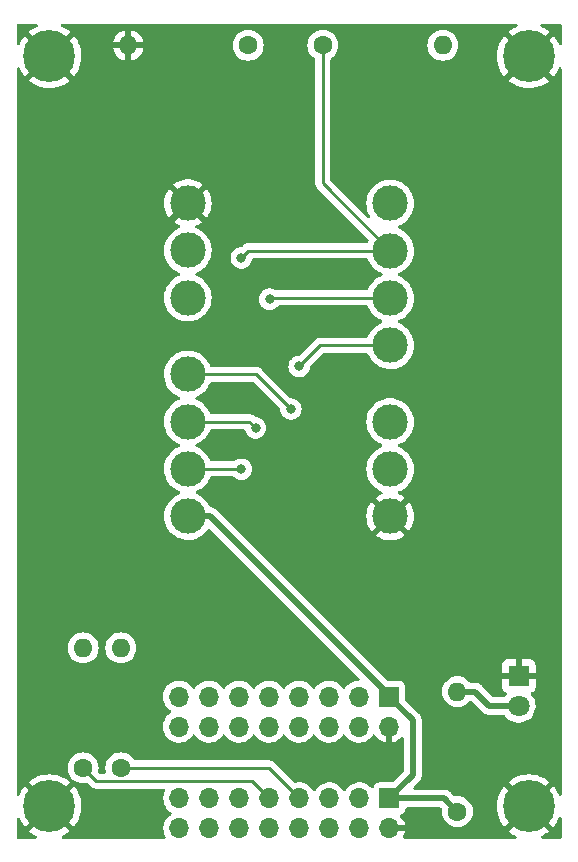
<source format=gbr>
%TF.GenerationSoftware,KiCad,Pcbnew,6.0.7-f9a2dced07~116~ubuntu20.04.1*%
%TF.CreationDate,2022-10-16T19:02:03+08:00*%
%TF.ProjectId,Zeal-SNES-Adapter,5a65616c-2d53-44e4-9553-2d4164617074,rev?*%
%TF.SameCoordinates,Original*%
%TF.FileFunction,Copper,L1,Top*%
%TF.FilePolarity,Positive*%
%FSLAX46Y46*%
G04 Gerber Fmt 4.6, Leading zero omitted, Abs format (unit mm)*
G04 Created by KiCad (PCBNEW 6.0.7-f9a2dced07~116~ubuntu20.04.1) date 2022-10-16 19:02:03*
%MOMM*%
%LPD*%
G01*
G04 APERTURE LIST*
%TA.AperFunction,ComponentPad*%
%ADD10C,1.600000*%
%TD*%
%TA.AperFunction,ComponentPad*%
%ADD11O,1.600000X1.600000*%
%TD*%
%TA.AperFunction,ComponentPad*%
%ADD12C,3.000000*%
%TD*%
%TA.AperFunction,ComponentPad*%
%ADD13C,4.400000*%
%TD*%
%TA.AperFunction,ComponentPad*%
%ADD14R,1.800000X1.800000*%
%TD*%
%TA.AperFunction,ComponentPad*%
%ADD15C,1.800000*%
%TD*%
%TA.AperFunction,ComponentPad*%
%ADD16R,1.700000X1.700000*%
%TD*%
%TA.AperFunction,ComponentPad*%
%ADD17O,1.700000X1.700000*%
%TD*%
%TA.AperFunction,ViaPad*%
%ADD18C,0.800000*%
%TD*%
%TA.AperFunction,Conductor*%
%ADD19C,0.500000*%
%TD*%
%TA.AperFunction,Conductor*%
%ADD20C,0.250000*%
%TD*%
G04 APERTURE END LIST*
D10*
%TO.P,R3,1*%
%TO.N,/DATA_P1*%
X27300000Y-77280000D03*
D11*
%TO.P,R3,2*%
%TO.N,VCC*%
X27300000Y-67120000D03*
%TD*%
D12*
%TO.P,J3,1,5V*%
%TO.N,VCC*%
X50100000Y-29500000D03*
%TO.P,J3,2,Clock*%
%TO.N,/CLOCK*%
X50100000Y-33500000D03*
%TO.P,J3,3,Latch*%
%TO.N,/LATCH*%
X50100000Y-37500000D03*
%TO.P,J3,4,Data*%
%TO.N,/DATA_P2*%
X50100000Y-41500000D03*
%TO.P,J3,5,N/C*%
%TO.N,unconnected-(J3-Pad5)*%
X50100000Y-48000000D03*
%TO.P,J3,6,N/C*%
%TO.N,unconnected-(J3-Pad6)*%
X50100000Y-52000000D03*
%TO.P,J3,7,GND*%
%TO.N,GND*%
X50100000Y-56000000D03*
%TD*%
D13*
%TO.P,H3,1,1*%
%TO.N,GND*%
X61837000Y-80550000D03*
%TD*%
D10*
%TO.P,R2,1*%
%TO.N,/DATA_P2*%
X24100000Y-77280000D03*
D11*
%TO.P,R2,2*%
%TO.N,VCC*%
X24100000Y-67120000D03*
%TD*%
D14*
%TO.P,D1,1,K*%
%TO.N,GND*%
X61000000Y-69500000D03*
D15*
%TO.P,D1,2,A*%
%TO.N,Net-(D1-Pad2)*%
X61000000Y-72040000D03*
%TD*%
D13*
%TO.P,H4,1,1*%
%TO.N,GND*%
X21250000Y-80550000D03*
%TD*%
D16*
%TO.P,J1,1,Pin_1*%
%TO.N,VCC*%
X50040000Y-79875000D03*
D17*
%TO.P,J1,2,Pin_2*%
%TO.N,GND*%
X50040000Y-82415000D03*
%TO.P,J1,3,Pin_3*%
%TO.N,/PIN3*%
X47500000Y-79875000D03*
%TO.P,J1,4,Pin_4*%
%TO.N,/PIN4*%
X47500000Y-82415000D03*
%TO.P,J1,5,Pin_5*%
%TO.N,/PIN5*%
X44960000Y-79875000D03*
%TO.P,J1,6,Pin_6*%
%TO.N,/PIN6*%
X44960000Y-82415000D03*
%TO.P,J1,7,Pin_7*%
%TO.N,/DATA_P1*%
X42420000Y-79875000D03*
%TO.P,J1,8,Pin_8*%
%TO.N,/PIN8*%
X42420000Y-82415000D03*
%TO.P,J1,9,Pin_9*%
%TO.N,/DATA_P2*%
X39880000Y-79875000D03*
%TO.P,J1,10,Pin_10*%
%TO.N,/PIN10*%
X39880000Y-82415000D03*
%TO.P,J1,11,Pin_11*%
%TO.N,/LATCH*%
X37340000Y-79875000D03*
%TO.P,J1,12,Pin_12*%
%TO.N,/PIN12*%
X37340000Y-82415000D03*
%TO.P,J1,13,Pin_13*%
%TO.N,/CLOCK*%
X34800000Y-79875000D03*
%TO.P,J1,14,Pin_14*%
%TO.N,/PIN14*%
X34800000Y-82415000D03*
%TO.P,J1,15,Pin_15*%
%TO.N,/PIN15*%
X32260000Y-79875000D03*
%TO.P,J1,16,Pin_16*%
%TO.N,/PIN16*%
X32260000Y-82415000D03*
%TD*%
D10*
%TO.P,R5,1*%
%TO.N,VCC*%
X55800000Y-80980000D03*
D11*
%TO.P,R5,2*%
%TO.N,Net-(D1-Pad2)*%
X55800000Y-70820000D03*
%TD*%
D13*
%TO.P,H1,1,1*%
%TO.N,GND*%
X21250000Y-17025000D03*
%TD*%
D10*
%TO.P,R4,1*%
%TO.N,/LATCH*%
X38080000Y-16100000D03*
D11*
%TO.P,R4,2*%
%TO.N,GND*%
X27920000Y-16100000D03*
%TD*%
D16*
%TO.P,J2,1,Pin_1*%
%TO.N,VCC*%
X50000000Y-71250000D03*
D17*
%TO.P,J2,2,Pin_2*%
%TO.N,GND*%
X50000000Y-73790000D03*
%TO.P,J2,3,Pin_3*%
%TO.N,/PIN3*%
X47460000Y-71250000D03*
%TO.P,J2,4,Pin_4*%
%TO.N,/PIN4*%
X47460000Y-73790000D03*
%TO.P,J2,5,Pin_5*%
%TO.N,/PIN5*%
X44920000Y-71250000D03*
%TO.P,J2,6,Pin_6*%
%TO.N,/PIN6*%
X44920000Y-73790000D03*
%TO.P,J2,7,Pin_7*%
%TO.N,/DATA_P1*%
X42380000Y-71250000D03*
%TO.P,J2,8,Pin_8*%
%TO.N,/PIN8*%
X42380000Y-73790000D03*
%TO.P,J2,9,Pin_9*%
%TO.N,/DATA_P2*%
X39840000Y-71250000D03*
%TO.P,J2,10,Pin_10*%
%TO.N,/PIN10*%
X39840000Y-73790000D03*
%TO.P,J2,11,Pin_11*%
%TO.N,/LATCH*%
X37300000Y-71250000D03*
%TO.P,J2,12,Pin_12*%
%TO.N,/PIN12*%
X37300000Y-73790000D03*
%TO.P,J2,13,Pin_13*%
%TO.N,/CLOCK*%
X34760000Y-71250000D03*
%TO.P,J2,14,Pin_14*%
%TO.N,/PIN14*%
X34760000Y-73790000D03*
%TO.P,J2,15,Pin_15*%
%TO.N,/PIN15*%
X32220000Y-71250000D03*
%TO.P,J2,16,Pin_16*%
%TO.N,/PIN16*%
X32220000Y-73790000D03*
%TD*%
D12*
%TO.P,J4,1,5V*%
%TO.N,VCC*%
X32975000Y-55975000D03*
%TO.P,J4,2,Clock*%
%TO.N,/CLOCK*%
X32975000Y-51975000D03*
%TO.P,J4,3,Latch*%
%TO.N,/LATCH*%
X32975000Y-47975000D03*
%TO.P,J4,4,Data*%
%TO.N,/DATA_P1*%
X32975000Y-43975000D03*
%TO.P,J4,5,N/C*%
%TO.N,unconnected-(J4-Pad5)*%
X32975000Y-37475000D03*
%TO.P,J4,6,N/C*%
%TO.N,unconnected-(J4-Pad6)*%
X32975000Y-33475000D03*
%TO.P,J4,7,GND*%
%TO.N,GND*%
X32975000Y-29475000D03*
%TD*%
D10*
%TO.P,R1,1*%
%TO.N,/CLOCK*%
X44400000Y-16100000D03*
D11*
%TO.P,R1,2*%
%TO.N,VCC*%
X54560000Y-16100000D03*
%TD*%
D13*
%TO.P,H2,1,1*%
%TO.N,GND*%
X61856000Y-17025000D03*
%TD*%
D18*
%TO.N,/DATA_P1*%
X41700000Y-46900000D03*
%TO.N,/DATA_P2*%
X42400002Y-43300000D03*
%TO.N,/LATCH*%
X38700000Y-48500000D03*
X39900000Y-37600000D03*
%TO.N,/CLOCK*%
X37500000Y-34100000D03*
X37500000Y-52000000D03*
%TD*%
D19*
%TO.N,VCC*%
X50000000Y-71100000D02*
X34875000Y-55975000D01*
X52000000Y-77915000D02*
X50040000Y-79875000D01*
X34875000Y-55975000D02*
X32975000Y-55975000D01*
X52000000Y-73250000D02*
X52000000Y-77915000D01*
X50040000Y-79875000D02*
X54695000Y-79875000D01*
X50000000Y-71250000D02*
X50000000Y-71100000D01*
X50000000Y-71250000D02*
X52000000Y-73250000D01*
X54695000Y-79875000D02*
X55800000Y-80980000D01*
D20*
%TO.N,/DATA_P1*%
X32975000Y-43975000D02*
X38775000Y-43975000D01*
X42420000Y-79875000D02*
X39825000Y-77280000D01*
X39825000Y-77280000D02*
X27300000Y-77280000D01*
X38775000Y-43975000D02*
X41700000Y-46900000D01*
%TO.N,/DATA_P2*%
X38410000Y-78405000D02*
X39880000Y-79875000D01*
X44200002Y-41500000D02*
X42400002Y-43300000D01*
X50100000Y-41500000D02*
X44200002Y-41500000D01*
X24100000Y-77280000D02*
X25225000Y-78405000D01*
X25225000Y-78405000D02*
X38410000Y-78405000D01*
%TO.N,/LATCH*%
X38175000Y-47975000D02*
X38700000Y-48500000D01*
X32975000Y-47975000D02*
X38175000Y-47975000D01*
X40000000Y-37500000D02*
X50100000Y-37500000D01*
%TO.N,/CLOCK*%
X44400000Y-27800000D02*
X50100000Y-33500000D01*
X50100000Y-33500000D02*
X38100000Y-33500000D01*
X32975000Y-51975000D02*
X37475000Y-51975000D01*
X44400000Y-16100000D02*
X44400000Y-27800000D01*
X37475000Y-51975000D02*
X37500000Y-52000000D01*
X38100000Y-33500000D02*
X37500000Y-34100000D01*
D19*
%TO.N,Net-(D1-Pad2)*%
X57280000Y-70820000D02*
X58500000Y-72040000D01*
X58500000Y-72040000D02*
X61000000Y-72040000D01*
X55800000Y-70820000D02*
X57280000Y-70820000D01*
%TD*%
%TA.AperFunction,Conductor*%
%TO.N,GND*%
G36*
X20225294Y-14303502D02*
G01*
X20271787Y-14357158D01*
X20281891Y-14427432D01*
X20252397Y-14492012D01*
X20208120Y-14524740D01*
X20009182Y-14612690D01*
X20002445Y-14616167D01*
X19728355Y-14779233D01*
X19722091Y-14783490D01*
X19536385Y-14926762D01*
X19527917Y-14938423D01*
X19534520Y-14950309D01*
X21237190Y-16652980D01*
X21251131Y-16660592D01*
X21252966Y-16660461D01*
X21259580Y-16656210D01*
X22964559Y-14951230D01*
X22971571Y-14938389D01*
X22963777Y-14927701D01*
X22801298Y-14799613D01*
X22795075Y-14795288D01*
X22522702Y-14629357D01*
X22516025Y-14625822D01*
X22292522Y-14524201D01*
X22238789Y-14477797D01*
X22218673Y-14409710D01*
X22238562Y-14341556D01*
X22292140Y-14294974D01*
X22344673Y-14283500D01*
X60763173Y-14283500D01*
X60831294Y-14303502D01*
X60877787Y-14357158D01*
X60887891Y-14427432D01*
X60858397Y-14492012D01*
X60814120Y-14524740D01*
X60615182Y-14612690D01*
X60608445Y-14616167D01*
X60334355Y-14779233D01*
X60328091Y-14783490D01*
X60142385Y-14926762D01*
X60133917Y-14938423D01*
X60140520Y-14950309D01*
X61843190Y-16652980D01*
X61857131Y-16660592D01*
X61858966Y-16660461D01*
X61865580Y-16656210D01*
X63570559Y-14951230D01*
X63577571Y-14938389D01*
X63569777Y-14927701D01*
X63407298Y-14799613D01*
X63401075Y-14795288D01*
X63128702Y-14629357D01*
X63122025Y-14625822D01*
X62898522Y-14524201D01*
X62844789Y-14477797D01*
X62824673Y-14409710D01*
X62844562Y-14341556D01*
X62898140Y-14294974D01*
X62950673Y-14283500D01*
X64490500Y-14283500D01*
X64558621Y-14303502D01*
X64605114Y-14357158D01*
X64616500Y-14409500D01*
X64616500Y-15973709D01*
X64596498Y-16041830D01*
X64542842Y-16088323D01*
X64472568Y-16098427D01*
X64407988Y-16068933D01*
X64375528Y-16025259D01*
X64261781Y-15771570D01*
X64258264Y-15764843D01*
X64093771Y-15491621D01*
X64089481Y-15485377D01*
X63953991Y-15311647D01*
X63942199Y-15303178D01*
X63930486Y-15309725D01*
X62228020Y-17012190D01*
X62220408Y-17026131D01*
X62220539Y-17027966D01*
X62224790Y-17034580D01*
X63929285Y-18739074D01*
X63942408Y-18746240D01*
X63952709Y-18738851D01*
X64056751Y-18611055D01*
X64061164Y-18604914D01*
X64231349Y-18335187D01*
X64235005Y-18328536D01*
X64371549Y-18040324D01*
X64373595Y-18035236D01*
X64417564Y-17979493D01*
X64484690Y-17956371D01*
X64553660Y-17973210D01*
X64602578Y-18024665D01*
X64616500Y-18082237D01*
X64616500Y-79541382D01*
X64596498Y-79609503D01*
X64542842Y-79655996D01*
X64472568Y-79666100D01*
X64407988Y-79636606D01*
X64375873Y-79590565D01*
X64374813Y-79591040D01*
X64242781Y-79296570D01*
X64239264Y-79289843D01*
X64074771Y-79016621D01*
X64070481Y-79010377D01*
X63934991Y-78836647D01*
X63923199Y-78828178D01*
X63911486Y-78834725D01*
X62209020Y-80537190D01*
X62201408Y-80551131D01*
X62201539Y-80552966D01*
X62205790Y-80559580D01*
X63910285Y-82264074D01*
X63923408Y-82271240D01*
X63933709Y-82263851D01*
X64037751Y-82136055D01*
X64042164Y-82129914D01*
X64212349Y-81860187D01*
X64216005Y-81853536D01*
X64352544Y-81565335D01*
X64355375Y-81558295D01*
X64370976Y-81511532D01*
X64411509Y-81453243D01*
X64477121Y-81426120D01*
X64546980Y-81438776D01*
X64598908Y-81487191D01*
X64616500Y-81551408D01*
X64616500Y-83140500D01*
X64596498Y-83208621D01*
X64542842Y-83255114D01*
X64490500Y-83266500D01*
X62986872Y-83266500D01*
X62918751Y-83246498D01*
X62872258Y-83192842D01*
X62862154Y-83122568D01*
X62891648Y-83057988D01*
X62937134Y-83024732D01*
X63052496Y-82975169D01*
X63059263Y-82971765D01*
X63335042Y-82811580D01*
X63341349Y-82807390D01*
X63551305Y-82648889D01*
X63559761Y-82637496D01*
X63553045Y-82625256D01*
X61849810Y-80922020D01*
X61835869Y-80914408D01*
X61834034Y-80914539D01*
X61827420Y-80918790D01*
X60122818Y-82623393D01*
X60115703Y-82636423D01*
X60123227Y-82646854D01*
X60262483Y-82759020D01*
X60268657Y-82763408D01*
X60539271Y-82932178D01*
X60545931Y-82935794D01*
X60739691Y-83026352D01*
X60792935Y-83073315D01*
X60812336Y-83141610D01*
X60791735Y-83209552D01*
X60737672Y-83255570D01*
X60686341Y-83266500D01*
X51336867Y-83266500D01*
X51268746Y-83246498D01*
X51222253Y-83192842D01*
X51212149Y-83122568D01*
X51223910Y-83084673D01*
X51304670Y-82921267D01*
X51308469Y-82911672D01*
X51370377Y-82707910D01*
X51372555Y-82697837D01*
X51373986Y-82686962D01*
X51371775Y-82672778D01*
X51358617Y-82669000D01*
X49912000Y-82669000D01*
X49843879Y-82648998D01*
X49797386Y-82595342D01*
X49786000Y-82543000D01*
X49786000Y-82287000D01*
X49806002Y-82218879D01*
X49859658Y-82172386D01*
X49912000Y-82161000D01*
X51358344Y-82161000D01*
X51371875Y-82157027D01*
X51373180Y-82147947D01*
X51331214Y-81980875D01*
X51327894Y-81971124D01*
X51242972Y-81775814D01*
X51238105Y-81766739D01*
X51122426Y-81587926D01*
X51116136Y-81579757D01*
X50972293Y-81421677D01*
X50941241Y-81357831D01*
X50949635Y-81287333D01*
X50994812Y-81232564D01*
X51021256Y-81218895D01*
X51128297Y-81178767D01*
X51136705Y-81175615D01*
X51253261Y-81088261D01*
X51340615Y-80971705D01*
X51391745Y-80835316D01*
X51398500Y-80773134D01*
X51398500Y-80759500D01*
X51418502Y-80691379D01*
X51472158Y-80644886D01*
X51524500Y-80633500D01*
X54328629Y-80633500D01*
X54396750Y-80653502D01*
X54417724Y-80670405D01*
X54464329Y-80717010D01*
X54498355Y-80779322D01*
X54500755Y-80817087D01*
X54487963Y-80963297D01*
X54486502Y-80980000D01*
X54506457Y-81208087D01*
X54507881Y-81213400D01*
X54507881Y-81213402D01*
X54519035Y-81255027D01*
X54565716Y-81429243D01*
X54568039Y-81434224D01*
X54568039Y-81434225D01*
X54660151Y-81631762D01*
X54660154Y-81631767D01*
X54662477Y-81636749D01*
X54735902Y-81741611D01*
X54759852Y-81775814D01*
X54793802Y-81824300D01*
X54955700Y-81986198D01*
X54960208Y-81989355D01*
X54960211Y-81989357D01*
X55038389Y-82044098D01*
X55143251Y-82117523D01*
X55148233Y-82119846D01*
X55148238Y-82119849D01*
X55345775Y-82211961D01*
X55350757Y-82214284D01*
X55356065Y-82215706D01*
X55356067Y-82215707D01*
X55566598Y-82272119D01*
X55566600Y-82272119D01*
X55571913Y-82273543D01*
X55800000Y-82293498D01*
X56028087Y-82273543D01*
X56033400Y-82272119D01*
X56033402Y-82272119D01*
X56243933Y-82215707D01*
X56243935Y-82215706D01*
X56249243Y-82214284D01*
X56254225Y-82211961D01*
X56451762Y-82119849D01*
X56451767Y-82119846D01*
X56456749Y-82117523D01*
X56561611Y-82044098D01*
X56639789Y-81989357D01*
X56639792Y-81989355D01*
X56644300Y-81986198D01*
X56806198Y-81824300D01*
X56840149Y-81775814D01*
X56864098Y-81741611D01*
X56937523Y-81636749D01*
X56939846Y-81631767D01*
X56939849Y-81631762D01*
X57031961Y-81434225D01*
X57031961Y-81434224D01*
X57034284Y-81429243D01*
X57080966Y-81255027D01*
X57092119Y-81213402D01*
X57092119Y-81213400D01*
X57093543Y-81208087D01*
X57113498Y-80980000D01*
X57093543Y-80751913D01*
X57075343Y-80683990D01*
X57035707Y-80536067D01*
X57035706Y-80536065D01*
X57034284Y-80530757D01*
X57031778Y-80525383D01*
X59124388Y-80525383D01*
X59140245Y-80843914D01*
X59141076Y-80851443D01*
X59195085Y-81165759D01*
X59196818Y-81173146D01*
X59288196Y-81478695D01*
X59290799Y-81485808D01*
X59418227Y-81778173D01*
X59421669Y-81784929D01*
X59583296Y-82059865D01*
X59587519Y-82066150D01*
X59738463Y-82263934D01*
X59749989Y-82272396D01*
X59762054Y-82265735D01*
X61464980Y-80562810D01*
X61472592Y-80548869D01*
X61472461Y-80547034D01*
X61468210Y-80540420D01*
X59763445Y-78835656D01*
X59750510Y-78828592D01*
X59739949Y-78836252D01*
X59619766Y-78987072D01*
X59615410Y-78993270D01*
X59448059Y-79264764D01*
X59444479Y-79271440D01*
X59310956Y-79561074D01*
X59308206Y-79568125D01*
X59210444Y-79871708D01*
X59208561Y-79879041D01*
X59147979Y-80192170D01*
X59146992Y-80199670D01*
X59124467Y-80517802D01*
X59124388Y-80525383D01*
X57031778Y-80525383D01*
X57028243Y-80517802D01*
X56939849Y-80328238D01*
X56939846Y-80328233D01*
X56937523Y-80323251D01*
X56806198Y-80135700D01*
X56644300Y-79973802D01*
X56639792Y-79970645D01*
X56639789Y-79970643D01*
X56537843Y-79899260D01*
X56456749Y-79842477D01*
X56451767Y-79840154D01*
X56451762Y-79840151D01*
X56254225Y-79748039D01*
X56254224Y-79748039D01*
X56249243Y-79745716D01*
X56243935Y-79744294D01*
X56243933Y-79744293D01*
X56033402Y-79687881D01*
X56033400Y-79687881D01*
X56028087Y-79686457D01*
X55800000Y-79666502D01*
X55794525Y-79666981D01*
X55637087Y-79680755D01*
X55567482Y-79666766D01*
X55537010Y-79644329D01*
X55278770Y-79386089D01*
X55266384Y-79371677D01*
X55257851Y-79360082D01*
X55257846Y-79360077D01*
X55253508Y-79354182D01*
X55247930Y-79349443D01*
X55247927Y-79349440D01*
X55213232Y-79319965D01*
X55205716Y-79313035D01*
X55200021Y-79307340D01*
X55186408Y-79296570D01*
X55177749Y-79289719D01*
X55174345Y-79286928D01*
X55124297Y-79244409D01*
X55124295Y-79244408D01*
X55118715Y-79239667D01*
X55112199Y-79236339D01*
X55107150Y-79232972D01*
X55102021Y-79229805D01*
X55096284Y-79225266D01*
X55030125Y-79194345D01*
X55026225Y-79192439D01*
X54961192Y-79159231D01*
X54954084Y-79157492D01*
X54948441Y-79155393D01*
X54942678Y-79153476D01*
X54936050Y-79150378D01*
X54864583Y-79135513D01*
X54860299Y-79134543D01*
X54789390Y-79117192D01*
X54783788Y-79116844D01*
X54783785Y-79116844D01*
X54778236Y-79116500D01*
X54778238Y-79116464D01*
X54774245Y-79116225D01*
X54770053Y-79115851D01*
X54762885Y-79114360D01*
X54696675Y-79116151D01*
X54685479Y-79116454D01*
X54682072Y-79116500D01*
X52175371Y-79116500D01*
X52107250Y-79096498D01*
X52060757Y-79042842D01*
X52050653Y-78972568D01*
X52080147Y-78907988D01*
X52086276Y-78901405D01*
X52488911Y-78498770D01*
X52503323Y-78486384D01*
X52514918Y-78477851D01*
X52514923Y-78477846D01*
X52520818Y-78473508D01*
X52525557Y-78467930D01*
X52525560Y-78467927D01*
X52529386Y-78463423D01*
X60114917Y-78463423D01*
X60121520Y-78475309D01*
X61824190Y-80177980D01*
X61838131Y-80185592D01*
X61839966Y-80185461D01*
X61846580Y-80181210D01*
X63551559Y-78476230D01*
X63558571Y-78463389D01*
X63550777Y-78452701D01*
X63388298Y-78324613D01*
X63382075Y-78320288D01*
X63109702Y-78154357D01*
X63103025Y-78150822D01*
X62812686Y-78018813D01*
X62805616Y-78016099D01*
X62501537Y-77919932D01*
X62494186Y-77918085D01*
X62180746Y-77859142D01*
X62173237Y-77858194D01*
X61854989Y-77837335D01*
X61847424Y-77837295D01*
X61528964Y-77854821D01*
X61521450Y-77855690D01*
X61207405Y-77911348D01*
X61200044Y-77913115D01*
X60894980Y-78006092D01*
X60887860Y-78008740D01*
X60596182Y-78137690D01*
X60589445Y-78141167D01*
X60315355Y-78304233D01*
X60309091Y-78308490D01*
X60123385Y-78451762D01*
X60114917Y-78463423D01*
X52529386Y-78463423D01*
X52555035Y-78433232D01*
X52561965Y-78425716D01*
X52567661Y-78420020D01*
X52569924Y-78417159D01*
X52569929Y-78417154D01*
X52585285Y-78397744D01*
X52588074Y-78394342D01*
X52630596Y-78344291D01*
X52630597Y-78344290D01*
X52635333Y-78338715D01*
X52638661Y-78332198D01*
X52642027Y-78327150D01*
X52645190Y-78322028D01*
X52649735Y-78316284D01*
X52680664Y-78250105D01*
X52682563Y-78246221D01*
X52715769Y-78181192D01*
X52717510Y-78174077D01*
X52719613Y-78168422D01*
X52721522Y-78162683D01*
X52724622Y-78156050D01*
X52739491Y-78084565D01*
X52740461Y-78080282D01*
X52757808Y-78009390D01*
X52758500Y-77998236D01*
X52758535Y-77998238D01*
X52758775Y-77994266D01*
X52759152Y-77990045D01*
X52760641Y-77982885D01*
X52758546Y-77905458D01*
X52758500Y-77902050D01*
X52758500Y-73317069D01*
X52759933Y-73298118D01*
X52762099Y-73283883D01*
X52762099Y-73283881D01*
X52763199Y-73276651D01*
X52758915Y-73223982D01*
X52758500Y-73213767D01*
X52758500Y-73205707D01*
X52755211Y-73177493D01*
X52754778Y-73173118D01*
X52749454Y-73107661D01*
X52749453Y-73107658D01*
X52748860Y-73100363D01*
X52746604Y-73093399D01*
X52745413Y-73087440D01*
X52744029Y-73081585D01*
X52743182Y-73074319D01*
X52718265Y-73005673D01*
X52716848Y-73001545D01*
X52696607Y-72939064D01*
X52696606Y-72939062D01*
X52694351Y-72932101D01*
X52690555Y-72925846D01*
X52688049Y-72920372D01*
X52685330Y-72914942D01*
X52682833Y-72908063D01*
X52678820Y-72901942D01*
X52642814Y-72847024D01*
X52640467Y-72843305D01*
X52602595Y-72780893D01*
X52595197Y-72772516D01*
X52595224Y-72772492D01*
X52592571Y-72769500D01*
X52589868Y-72766267D01*
X52585856Y-72760148D01*
X52529617Y-72706872D01*
X52527175Y-72704494D01*
X51395405Y-71572724D01*
X51361379Y-71510412D01*
X51358500Y-71483629D01*
X51358500Y-70820000D01*
X54486502Y-70820000D01*
X54506457Y-71048087D01*
X54507881Y-71053400D01*
X54507881Y-71053402D01*
X54559112Y-71244595D01*
X54565716Y-71269243D01*
X54568039Y-71274224D01*
X54568039Y-71274225D01*
X54660151Y-71471762D01*
X54660154Y-71471767D01*
X54662477Y-71476749D01*
X54729680Y-71572724D01*
X54785607Y-71652596D01*
X54793802Y-71664300D01*
X54955700Y-71826198D01*
X54960208Y-71829355D01*
X54960211Y-71829357D01*
X55003730Y-71859829D01*
X55143251Y-71957523D01*
X55148233Y-71959846D01*
X55148238Y-71959849D01*
X55327341Y-72043365D01*
X55350757Y-72054284D01*
X55356065Y-72055706D01*
X55356067Y-72055707D01*
X55566598Y-72112119D01*
X55566600Y-72112119D01*
X55571913Y-72113543D01*
X55800000Y-72133498D01*
X56028087Y-72113543D01*
X56033400Y-72112119D01*
X56033402Y-72112119D01*
X56243933Y-72055707D01*
X56243935Y-72055706D01*
X56249243Y-72054284D01*
X56272659Y-72043365D01*
X56451762Y-71959849D01*
X56451767Y-71959846D01*
X56456749Y-71957523D01*
X56596270Y-71859829D01*
X56639789Y-71829357D01*
X56639792Y-71829355D01*
X56644300Y-71826198D01*
X56806198Y-71664300D01*
X56821143Y-71642956D01*
X56876599Y-71598628D01*
X56947218Y-71591319D01*
X57013451Y-71626132D01*
X57916230Y-72528911D01*
X57928616Y-72543323D01*
X57937149Y-72554918D01*
X57937154Y-72554923D01*
X57941492Y-72560818D01*
X57947070Y-72565557D01*
X57947073Y-72565560D01*
X57981768Y-72595035D01*
X57989284Y-72601965D01*
X57994980Y-72607661D01*
X57997841Y-72609924D01*
X57997846Y-72609929D01*
X58017266Y-72625293D01*
X58020667Y-72628082D01*
X58048943Y-72652104D01*
X58076285Y-72675333D01*
X58082805Y-72678662D01*
X58087852Y-72682028D01*
X58092976Y-72685193D01*
X58098717Y-72689735D01*
X58105348Y-72692834D01*
X58105351Y-72692836D01*
X58164830Y-72720634D01*
X58168776Y-72722562D01*
X58233808Y-72755769D01*
X58240914Y-72757508D01*
X58246564Y-72759609D01*
X58252321Y-72761524D01*
X58258950Y-72764622D01*
X58330435Y-72779491D01*
X58334701Y-72780457D01*
X58405610Y-72797808D01*
X58411212Y-72798156D01*
X58411215Y-72798156D01*
X58416764Y-72798500D01*
X58416762Y-72798535D01*
X58420734Y-72798775D01*
X58424955Y-72799152D01*
X58432115Y-72800641D01*
X58509542Y-72798546D01*
X58512950Y-72798500D01*
X59742230Y-72798500D01*
X59810351Y-72818502D01*
X59849662Y-72858665D01*
X59856798Y-72870309D01*
X59856801Y-72870314D01*
X59859501Y-72874719D01*
X60011147Y-73049784D01*
X60189349Y-73197730D01*
X60389322Y-73314584D01*
X60394147Y-73316426D01*
X60394148Y-73316427D01*
X60468665Y-73344883D01*
X60605694Y-73397209D01*
X60610760Y-73398240D01*
X60610761Y-73398240D01*
X60663846Y-73409040D01*
X60832656Y-73443385D01*
X60963324Y-73448176D01*
X61058949Y-73451683D01*
X61058953Y-73451683D01*
X61064113Y-73451872D01*
X61069233Y-73451216D01*
X61069235Y-73451216D01*
X61142270Y-73441860D01*
X61293847Y-73422442D01*
X61298795Y-73420957D01*
X61298802Y-73420956D01*
X61510747Y-73357369D01*
X61515690Y-73355886D01*
X61526272Y-73350702D01*
X61719049Y-73256262D01*
X61719052Y-73256260D01*
X61723684Y-73253991D01*
X61912243Y-73119494D01*
X62076303Y-72956005D01*
X62090389Y-72936403D01*
X62146249Y-72858665D01*
X62211458Y-72767917D01*
X62215889Y-72758953D01*
X62311784Y-72564922D01*
X62311785Y-72564920D01*
X62314078Y-72560280D01*
X62381408Y-72338671D01*
X62411640Y-72109041D01*
X62412943Y-72055707D01*
X62413245Y-72043365D01*
X62413245Y-72043361D01*
X62413327Y-72040000D01*
X62398908Y-71864616D01*
X62394773Y-71814318D01*
X62394772Y-71814312D01*
X62394349Y-71809167D01*
X62357490Y-71662425D01*
X62339184Y-71589544D01*
X62339183Y-71589540D01*
X62337925Y-71584533D01*
X62335302Y-71578500D01*
X62247630Y-71376868D01*
X62247628Y-71376865D01*
X62245570Y-71372131D01*
X62119764Y-71177665D01*
X62029486Y-71078450D01*
X61998434Y-71014605D01*
X62006829Y-70944106D01*
X62052005Y-70889338D01*
X62078449Y-70875669D01*
X62138054Y-70853324D01*
X62153649Y-70844786D01*
X62255724Y-70768285D01*
X62268285Y-70755724D01*
X62344786Y-70653649D01*
X62353324Y-70638054D01*
X62398478Y-70517606D01*
X62402105Y-70502351D01*
X62407631Y-70451486D01*
X62408000Y-70444672D01*
X62408000Y-69772115D01*
X62403525Y-69756876D01*
X62402135Y-69755671D01*
X62394452Y-69754000D01*
X59610116Y-69754000D01*
X59594877Y-69758475D01*
X59593672Y-69759865D01*
X59592001Y-69767548D01*
X59592001Y-70444669D01*
X59592371Y-70451490D01*
X59597895Y-70502352D01*
X59601521Y-70517604D01*
X59646676Y-70638054D01*
X59655214Y-70653649D01*
X59731715Y-70755724D01*
X59744276Y-70768285D01*
X59846351Y-70844786D01*
X59861946Y-70853324D01*
X59921540Y-70875665D01*
X59978304Y-70918307D01*
X60003004Y-70984868D01*
X59987796Y-71054217D01*
X59968404Y-71080698D01*
X59901639Y-71150564D01*
X59883152Y-71177665D01*
X59849835Y-71226505D01*
X59794923Y-71271507D01*
X59745747Y-71281500D01*
X58866371Y-71281500D01*
X58798250Y-71261498D01*
X58777276Y-71244595D01*
X57863770Y-70331089D01*
X57851384Y-70316677D01*
X57842851Y-70305082D01*
X57842846Y-70305077D01*
X57838508Y-70299182D01*
X57832930Y-70294443D01*
X57832927Y-70294440D01*
X57798232Y-70264965D01*
X57790716Y-70258035D01*
X57785021Y-70252340D01*
X57778880Y-70247482D01*
X57762749Y-70234719D01*
X57759345Y-70231928D01*
X57709297Y-70189409D01*
X57709295Y-70189408D01*
X57703715Y-70184667D01*
X57697199Y-70181339D01*
X57692150Y-70177972D01*
X57687021Y-70174805D01*
X57681284Y-70170266D01*
X57615125Y-70139345D01*
X57611225Y-70137439D01*
X57546192Y-70104231D01*
X57539084Y-70102492D01*
X57533441Y-70100393D01*
X57527678Y-70098476D01*
X57521050Y-70095378D01*
X57449583Y-70080513D01*
X57445299Y-70079543D01*
X57374390Y-70062192D01*
X57368788Y-70061844D01*
X57368785Y-70061844D01*
X57363236Y-70061500D01*
X57363238Y-70061464D01*
X57359245Y-70061225D01*
X57355053Y-70060851D01*
X57347885Y-70059360D01*
X57281675Y-70061151D01*
X57270479Y-70061454D01*
X57267072Y-70061500D01*
X56931867Y-70061500D01*
X56863746Y-70041498D01*
X56828655Y-70007772D01*
X56806198Y-69975700D01*
X56644300Y-69813802D01*
X56639792Y-69810645D01*
X56639789Y-69810643D01*
X56536001Y-69737970D01*
X56456749Y-69682477D01*
X56451767Y-69680154D01*
X56451762Y-69680151D01*
X56254225Y-69588039D01*
X56254224Y-69588039D01*
X56249243Y-69585716D01*
X56243935Y-69584294D01*
X56243933Y-69584293D01*
X56033402Y-69527881D01*
X56033400Y-69527881D01*
X56028087Y-69526457D01*
X55800000Y-69506502D01*
X55571913Y-69526457D01*
X55566600Y-69527881D01*
X55566598Y-69527881D01*
X55356067Y-69584293D01*
X55356065Y-69584294D01*
X55350757Y-69585716D01*
X55345776Y-69588039D01*
X55345775Y-69588039D01*
X55148238Y-69680151D01*
X55148233Y-69680154D01*
X55143251Y-69682477D01*
X55063999Y-69737970D01*
X54960211Y-69810643D01*
X54960208Y-69810645D01*
X54955700Y-69813802D01*
X54793802Y-69975700D01*
X54790645Y-69980208D01*
X54790643Y-69980211D01*
X54781438Y-69993357D01*
X54662477Y-70163251D01*
X54660154Y-70168233D01*
X54660151Y-70168238D01*
X54568039Y-70365775D01*
X54565716Y-70370757D01*
X54564294Y-70376065D01*
X54564293Y-70376067D01*
X54511685Y-70572401D01*
X54506457Y-70591913D01*
X54486502Y-70820000D01*
X51358500Y-70820000D01*
X51358500Y-70351866D01*
X51351745Y-70289684D01*
X51300615Y-70153295D01*
X51213261Y-70036739D01*
X51096705Y-69949385D01*
X50960316Y-69898255D01*
X50898134Y-69891500D01*
X49916371Y-69891500D01*
X49848250Y-69871498D01*
X49827276Y-69854595D01*
X49200566Y-69227885D01*
X59592000Y-69227885D01*
X59596475Y-69243124D01*
X59597865Y-69244329D01*
X59605548Y-69246000D01*
X60727885Y-69246000D01*
X60743124Y-69241525D01*
X60744329Y-69240135D01*
X60746000Y-69232452D01*
X60746000Y-69227885D01*
X61254000Y-69227885D01*
X61258475Y-69243124D01*
X61259865Y-69244329D01*
X61267548Y-69246000D01*
X62389884Y-69246000D01*
X62405123Y-69241525D01*
X62406328Y-69240135D01*
X62407999Y-69232452D01*
X62407999Y-68555331D01*
X62407629Y-68548510D01*
X62402105Y-68497648D01*
X62398479Y-68482396D01*
X62353324Y-68361946D01*
X62344786Y-68346351D01*
X62268285Y-68244276D01*
X62255724Y-68231715D01*
X62153649Y-68155214D01*
X62138054Y-68146676D01*
X62017606Y-68101522D01*
X62002351Y-68097895D01*
X61951486Y-68092369D01*
X61944672Y-68092000D01*
X61272115Y-68092000D01*
X61256876Y-68096475D01*
X61255671Y-68097865D01*
X61254000Y-68105548D01*
X61254000Y-69227885D01*
X60746000Y-69227885D01*
X60746000Y-68110116D01*
X60741525Y-68094877D01*
X60740135Y-68093672D01*
X60732452Y-68092001D01*
X60055331Y-68092001D01*
X60048510Y-68092371D01*
X59997648Y-68097895D01*
X59982396Y-68101521D01*
X59861946Y-68146676D01*
X59846351Y-68155214D01*
X59744276Y-68231715D01*
X59731715Y-68244276D01*
X59655214Y-68346351D01*
X59646676Y-68361946D01*
X59601522Y-68482394D01*
X59597895Y-68497649D01*
X59592369Y-68548514D01*
X59592000Y-68555328D01*
X59592000Y-69227885D01*
X49200566Y-69227885D01*
X37562335Y-57589654D01*
X48875618Y-57589654D01*
X48882673Y-57599627D01*
X48913679Y-57625551D01*
X48920598Y-57630579D01*
X49145272Y-57771515D01*
X49152807Y-57775556D01*
X49394520Y-57884694D01*
X49402551Y-57887680D01*
X49656832Y-57963002D01*
X49665184Y-57964869D01*
X49927340Y-58004984D01*
X49935874Y-58005700D01*
X50201045Y-58009867D01*
X50209596Y-58009418D01*
X50472883Y-57977557D01*
X50481284Y-57975955D01*
X50737824Y-57908653D01*
X50745926Y-57905926D01*
X50990949Y-57804434D01*
X50998617Y-57800628D01*
X51227598Y-57666822D01*
X51234679Y-57662009D01*
X51314655Y-57599301D01*
X51323125Y-57587442D01*
X51316608Y-57575818D01*
X50112812Y-56372022D01*
X50098868Y-56364408D01*
X50097035Y-56364539D01*
X50090420Y-56368790D01*
X48882910Y-57576300D01*
X48875618Y-57589654D01*
X37562335Y-57589654D01*
X35955885Y-55983204D01*
X48087665Y-55983204D01*
X48102932Y-56247969D01*
X48104005Y-56256470D01*
X48155065Y-56516722D01*
X48157276Y-56524974D01*
X48243184Y-56775894D01*
X48246499Y-56783779D01*
X48365664Y-57020713D01*
X48370020Y-57028079D01*
X48499347Y-57216250D01*
X48509601Y-57224594D01*
X48523342Y-57217448D01*
X49727978Y-56012812D01*
X49734356Y-56001132D01*
X50464408Y-56001132D01*
X50464539Y-56002965D01*
X50468790Y-56009580D01*
X51675730Y-57216520D01*
X51687939Y-57223187D01*
X51699439Y-57214497D01*
X51796831Y-57081913D01*
X51801418Y-57074685D01*
X51927962Y-56841621D01*
X51931530Y-56833827D01*
X52025271Y-56585750D01*
X52027748Y-56577544D01*
X52086954Y-56319038D01*
X52088294Y-56310577D01*
X52112031Y-56044616D01*
X52112277Y-56039677D01*
X52112666Y-56002485D01*
X52112523Y-55997519D01*
X52094362Y-55731123D01*
X52093201Y-55722649D01*
X52039419Y-55462944D01*
X52037120Y-55454709D01*
X51948588Y-55204705D01*
X51945191Y-55196854D01*
X51823550Y-54961178D01*
X51819122Y-54953866D01*
X51700031Y-54784417D01*
X51689509Y-54776037D01*
X51676121Y-54783089D01*
X50472022Y-55987188D01*
X50464408Y-56001132D01*
X49734356Y-56001132D01*
X49735592Y-55998868D01*
X49735461Y-55997035D01*
X49731210Y-55990420D01*
X48523814Y-54783024D01*
X48511804Y-54776466D01*
X48500064Y-54785434D01*
X48391935Y-54935911D01*
X48387418Y-54943196D01*
X48263325Y-55177567D01*
X48259839Y-55185395D01*
X48168700Y-55434446D01*
X48166311Y-55442670D01*
X48109812Y-55701795D01*
X48108563Y-55710250D01*
X48087754Y-55974653D01*
X48087665Y-55983204D01*
X35955885Y-55983204D01*
X35458770Y-55486089D01*
X35446384Y-55471677D01*
X35437851Y-55460082D01*
X35437846Y-55460077D01*
X35433508Y-55454182D01*
X35427930Y-55449443D01*
X35427927Y-55449440D01*
X35393232Y-55419965D01*
X35385716Y-55413035D01*
X35380021Y-55407340D01*
X35373880Y-55402482D01*
X35357749Y-55389719D01*
X35354345Y-55386928D01*
X35304297Y-55344409D01*
X35304295Y-55344408D01*
X35298715Y-55339667D01*
X35292199Y-55336339D01*
X35287150Y-55332972D01*
X35282021Y-55329805D01*
X35276284Y-55325266D01*
X35210125Y-55294345D01*
X35206225Y-55292439D01*
X35141192Y-55259231D01*
X35134084Y-55257492D01*
X35128441Y-55255393D01*
X35122678Y-55253476D01*
X35116050Y-55250378D01*
X35044583Y-55235513D01*
X35040299Y-55234543D01*
X34969390Y-55217192D01*
X34963788Y-55216844D01*
X34963785Y-55216844D01*
X34958236Y-55216500D01*
X34958238Y-55216464D01*
X34954245Y-55216225D01*
X34950052Y-55215851D01*
X34942885Y-55214360D01*
X34923160Y-55214894D01*
X34854525Y-55196743D01*
X34807786Y-55146730D01*
X34698978Y-54935919D01*
X34698978Y-54935918D01*
X34697013Y-54932112D01*
X34687040Y-54917921D01*
X34593926Y-54785434D01*
X34539545Y-54708057D01*
X34353125Y-54507445D01*
X34349810Y-54504731D01*
X34349806Y-54504728D01*
X34144523Y-54336706D01*
X34141205Y-54333990D01*
X33976847Y-54233272D01*
X33911366Y-54193145D01*
X33911365Y-54193145D01*
X33907704Y-54190901D01*
X33890706Y-54183439D01*
X33733841Y-54114580D01*
X33676283Y-54089314D01*
X33621948Y-54043618D01*
X33600943Y-53975800D01*
X33619938Y-53907392D01*
X33678711Y-53857532D01*
X33870136Y-53778241D01*
X33988359Y-53709157D01*
X34102879Y-53642237D01*
X34102880Y-53642236D01*
X34106582Y-53640073D01*
X34322089Y-53471094D01*
X34342660Y-53449867D01*
X34509686Y-53277509D01*
X34512669Y-53274431D01*
X34515202Y-53270983D01*
X34515206Y-53270978D01*
X34672257Y-53057178D01*
X34674795Y-53053723D01*
X34688580Y-53028334D01*
X34803418Y-52816830D01*
X34803419Y-52816828D01*
X34805468Y-52813054D01*
X34851980Y-52689963D01*
X34894769Y-52633310D01*
X34961395Y-52608784D01*
X34969846Y-52608500D01*
X36769290Y-52608500D01*
X36837411Y-52628502D01*
X36862926Y-52650189D01*
X36888747Y-52678866D01*
X36904021Y-52689963D01*
X37033417Y-52783975D01*
X37043248Y-52791118D01*
X37049276Y-52793802D01*
X37049278Y-52793803D01*
X37211681Y-52866109D01*
X37217712Y-52868794D01*
X37311112Y-52888647D01*
X37398056Y-52907128D01*
X37398061Y-52907128D01*
X37404513Y-52908500D01*
X37595487Y-52908500D01*
X37601939Y-52907128D01*
X37601944Y-52907128D01*
X37688888Y-52888647D01*
X37782288Y-52868794D01*
X37788319Y-52866109D01*
X37950722Y-52793803D01*
X37950724Y-52793802D01*
X37956752Y-52791118D01*
X37966584Y-52783975D01*
X38095979Y-52689963D01*
X38111253Y-52678866D01*
X38174611Y-52608500D01*
X38234621Y-52541852D01*
X38234622Y-52541851D01*
X38239040Y-52536944D01*
X38334527Y-52371556D01*
X38393542Y-52189928D01*
X38413504Y-52000000D01*
X38411288Y-51978918D01*
X48086917Y-51978918D01*
X48102682Y-52252320D01*
X48103507Y-52256525D01*
X48103508Y-52256533D01*
X48114127Y-52310657D01*
X48155405Y-52521053D01*
X48156792Y-52525103D01*
X48156793Y-52525108D01*
X48236864Y-52758975D01*
X48244112Y-52780144D01*
X48250982Y-52793803D01*
X48352660Y-52995968D01*
X48367160Y-53024799D01*
X48369586Y-53028328D01*
X48369589Y-53028334D01*
X48502661Y-53221953D01*
X48522274Y-53250490D01*
X48525161Y-53253663D01*
X48525162Y-53253664D01*
X48546859Y-53277509D01*
X48706582Y-53453043D01*
X48916675Y-53628707D01*
X48920316Y-53630991D01*
X49145024Y-53771951D01*
X49145028Y-53771953D01*
X49148664Y-53774234D01*
X49212907Y-53803241D01*
X49397822Y-53886734D01*
X49451676Y-53932997D01*
X49471970Y-54001032D01*
X49452260Y-54069237D01*
X49395405Y-54117469D01*
X49190199Y-54204997D01*
X49182577Y-54208881D01*
X48955013Y-54345075D01*
X48947981Y-54349962D01*
X48885053Y-54400377D01*
X48876584Y-54412500D01*
X48882980Y-54423770D01*
X50087188Y-55627978D01*
X50101132Y-55635592D01*
X50102965Y-55635461D01*
X50109580Y-55631210D01*
X51316604Y-54424186D01*
X51323795Y-54411017D01*
X51316473Y-54400780D01*
X51269233Y-54362115D01*
X51262261Y-54357160D01*
X51036122Y-54218582D01*
X51028552Y-54214624D01*
X50800644Y-54114580D01*
X50746308Y-54068884D01*
X50725303Y-54001065D01*
X50744297Y-53932657D01*
X50803071Y-53882797D01*
X50995136Y-53803241D01*
X51231582Y-53665073D01*
X51447089Y-53496094D01*
X51474305Y-53468010D01*
X51634686Y-53302509D01*
X51637669Y-53299431D01*
X51640202Y-53295983D01*
X51640206Y-53295978D01*
X51797257Y-53082178D01*
X51799795Y-53078723D01*
X51827154Y-53028334D01*
X51928418Y-52841830D01*
X51928419Y-52841828D01*
X51930468Y-52838054D01*
X52027269Y-52581877D01*
X52088407Y-52314933D01*
X52099564Y-52189928D01*
X52112531Y-52044627D01*
X52112531Y-52044625D01*
X52112751Y-52042161D01*
X52113193Y-52000000D01*
X52113024Y-51997519D01*
X52094859Y-51731055D01*
X52094858Y-51731049D01*
X52094567Y-51726778D01*
X52085068Y-51680907D01*
X52039901Y-51462809D01*
X52039032Y-51458612D01*
X51947617Y-51200465D01*
X51822013Y-50957112D01*
X51812040Y-50942921D01*
X51667008Y-50736562D01*
X51664545Y-50733057D01*
X51478125Y-50532445D01*
X51474810Y-50529731D01*
X51474806Y-50529728D01*
X51269523Y-50361706D01*
X51266205Y-50358990D01*
X51032704Y-50215901D01*
X51015706Y-50208439D01*
X50904404Y-50159581D01*
X50801283Y-50114314D01*
X50746948Y-50068618D01*
X50725943Y-50000800D01*
X50744938Y-49932392D01*
X50803711Y-49882532D01*
X50995136Y-49803241D01*
X51231582Y-49665073D01*
X51447089Y-49496094D01*
X51474305Y-49468010D01*
X51634686Y-49302509D01*
X51637669Y-49299431D01*
X51640202Y-49295983D01*
X51640206Y-49295978D01*
X51797257Y-49082178D01*
X51799795Y-49078723D01*
X51815415Y-49049955D01*
X51928418Y-48841830D01*
X51928419Y-48841828D01*
X51930468Y-48838054D01*
X52027269Y-48581877D01*
X52088407Y-48314933D01*
X52112751Y-48042161D01*
X52113193Y-48000000D01*
X52111064Y-47968774D01*
X52094859Y-47731055D01*
X52094858Y-47731049D01*
X52094567Y-47726778D01*
X52085068Y-47680907D01*
X52039901Y-47462809D01*
X52039032Y-47458612D01*
X51947617Y-47200465D01*
X51822013Y-46957112D01*
X51812040Y-46942921D01*
X51667008Y-46736562D01*
X51664545Y-46733057D01*
X51478125Y-46532445D01*
X51474810Y-46529731D01*
X51474806Y-46529728D01*
X51344069Y-46422721D01*
X51266205Y-46358990D01*
X51032704Y-46215901D01*
X51028768Y-46214173D01*
X50785873Y-46107549D01*
X50785869Y-46107548D01*
X50781945Y-46105825D01*
X50518566Y-46030800D01*
X50514324Y-46030196D01*
X50514318Y-46030195D01*
X50312872Y-46001525D01*
X50247443Y-45992213D01*
X50103589Y-45991460D01*
X49977877Y-45990802D01*
X49977871Y-45990802D01*
X49973591Y-45990780D01*
X49969347Y-45991339D01*
X49969343Y-45991339D01*
X49850302Y-46007011D01*
X49702078Y-46026525D01*
X49697938Y-46027658D01*
X49697936Y-46027658D01*
X49675152Y-46033891D01*
X49437928Y-46098788D01*
X49433980Y-46100472D01*
X49189982Y-46204546D01*
X49189978Y-46204548D01*
X49186030Y-46206232D01*
X49152925Y-46226045D01*
X48954725Y-46344664D01*
X48954721Y-46344667D01*
X48951043Y-46346868D01*
X48737318Y-46518094D01*
X48721532Y-46534729D01*
X48553724Y-46711562D01*
X48548808Y-46716742D01*
X48389002Y-46939136D01*
X48260857Y-47181161D01*
X48259385Y-47185184D01*
X48259383Y-47185188D01*
X48177363Y-47409317D01*
X48166743Y-47438337D01*
X48108404Y-47705907D01*
X48086917Y-47978918D01*
X48102682Y-48252320D01*
X48103507Y-48256525D01*
X48103508Y-48256533D01*
X48114012Y-48310072D01*
X48155405Y-48521053D01*
X48156792Y-48525103D01*
X48156793Y-48525108D01*
X48236864Y-48758975D01*
X48244112Y-48780144D01*
X48246039Y-48783975D01*
X48352660Y-48995968D01*
X48367160Y-49024799D01*
X48369586Y-49028328D01*
X48369589Y-49028334D01*
X48502661Y-49221953D01*
X48522274Y-49250490D01*
X48525161Y-49253663D01*
X48525162Y-49253664D01*
X48563665Y-49295978D01*
X48706582Y-49453043D01*
X48916675Y-49628707D01*
X48920316Y-49630991D01*
X49145024Y-49771951D01*
X49145028Y-49771953D01*
X49148664Y-49774234D01*
X49212907Y-49803241D01*
X49397204Y-49886455D01*
X49451058Y-49932718D01*
X49471352Y-50000753D01*
X49451642Y-50068958D01*
X49394788Y-50117189D01*
X49189982Y-50204546D01*
X49189978Y-50204548D01*
X49186030Y-50206232D01*
X49166125Y-50218145D01*
X48954725Y-50344664D01*
X48954721Y-50344667D01*
X48951043Y-50346868D01*
X48737318Y-50518094D01*
X48720717Y-50535588D01*
X48553724Y-50711562D01*
X48548808Y-50716742D01*
X48389002Y-50939136D01*
X48260857Y-51181161D01*
X48259385Y-51185184D01*
X48259383Y-51185188D01*
X48177363Y-51409317D01*
X48166743Y-51438337D01*
X48108404Y-51705907D01*
X48086917Y-51978918D01*
X38411288Y-51978918D01*
X38410839Y-51974648D01*
X38394232Y-51816635D01*
X38394232Y-51816633D01*
X38393542Y-51810072D01*
X38334527Y-51628444D01*
X38239040Y-51463056D01*
X38111253Y-51321134D01*
X37956752Y-51208882D01*
X37950724Y-51206198D01*
X37950722Y-51206197D01*
X37788319Y-51133891D01*
X37788318Y-51133891D01*
X37782288Y-51131206D01*
X37688887Y-51111353D01*
X37601944Y-51092872D01*
X37601939Y-51092872D01*
X37595487Y-51091500D01*
X37404513Y-51091500D01*
X37398061Y-51092872D01*
X37398056Y-51092872D01*
X37311113Y-51111353D01*
X37217712Y-51131206D01*
X37211682Y-51133891D01*
X37211681Y-51133891D01*
X37049278Y-51206197D01*
X37049276Y-51206198D01*
X37043248Y-51208882D01*
X36894092Y-51317251D01*
X36893837Y-51317436D01*
X36826969Y-51341294D01*
X36819776Y-51341500D01*
X34970461Y-51341500D01*
X34902340Y-51321498D01*
X34855847Y-51267842D01*
X34851688Y-51257559D01*
X34824050Y-51179510D01*
X34824047Y-51179502D01*
X34822617Y-51175465D01*
X34711881Y-50960919D01*
X34698978Y-50935919D01*
X34698978Y-50935918D01*
X34697013Y-50932112D01*
X34687040Y-50917921D01*
X34618279Y-50820085D01*
X34539545Y-50708057D01*
X34379277Y-50535588D01*
X34356046Y-50510588D01*
X34356043Y-50510585D01*
X34353125Y-50507445D01*
X34349810Y-50504731D01*
X34349806Y-50504728D01*
X34169013Y-50356751D01*
X34141205Y-50333990D01*
X33952162Y-50218145D01*
X33911366Y-50193145D01*
X33911365Y-50193145D01*
X33907704Y-50190901D01*
X33890706Y-50183439D01*
X33713896Y-50105825D01*
X33676283Y-50089314D01*
X33621948Y-50043618D01*
X33600943Y-49975800D01*
X33619938Y-49907392D01*
X33678711Y-49857532D01*
X33870136Y-49778241D01*
X33988359Y-49709157D01*
X34102879Y-49642237D01*
X34102880Y-49642236D01*
X34106582Y-49640073D01*
X34322089Y-49471094D01*
X34342660Y-49449867D01*
X34509686Y-49277509D01*
X34512669Y-49274431D01*
X34515202Y-49270983D01*
X34515206Y-49270978D01*
X34672257Y-49057178D01*
X34674795Y-49053723D01*
X34676841Y-49049955D01*
X34803418Y-48816830D01*
X34803419Y-48816828D01*
X34805468Y-48813054D01*
X34851980Y-48689963D01*
X34894769Y-48633310D01*
X34961395Y-48608784D01*
X34969846Y-48608500D01*
X37688456Y-48608500D01*
X37756577Y-48628502D01*
X37803070Y-48682158D01*
X37808289Y-48695562D01*
X37865473Y-48871556D01*
X37960960Y-49036944D01*
X38088747Y-49178866D01*
X38243248Y-49291118D01*
X38249276Y-49293802D01*
X38249278Y-49293803D01*
X38411681Y-49366109D01*
X38417712Y-49368794D01*
X38511113Y-49388647D01*
X38598056Y-49407128D01*
X38598061Y-49407128D01*
X38604513Y-49408500D01*
X38795487Y-49408500D01*
X38801939Y-49407128D01*
X38801944Y-49407128D01*
X38888887Y-49388647D01*
X38982288Y-49368794D01*
X38988319Y-49366109D01*
X39150722Y-49293803D01*
X39150724Y-49293802D01*
X39156752Y-49291118D01*
X39311253Y-49178866D01*
X39439040Y-49036944D01*
X39534527Y-48871556D01*
X39593542Y-48689928D01*
X39602071Y-48608784D01*
X39612814Y-48506565D01*
X39613504Y-48500000D01*
X39593542Y-48310072D01*
X39534527Y-48128444D01*
X39439040Y-47963056D01*
X39426968Y-47949648D01*
X39315675Y-47826045D01*
X39315674Y-47826044D01*
X39311253Y-47821134D01*
X39212157Y-47749136D01*
X39162094Y-47712763D01*
X39162093Y-47712762D01*
X39156752Y-47708882D01*
X39150724Y-47706198D01*
X39150722Y-47706197D01*
X38988319Y-47633891D01*
X38988318Y-47633891D01*
X38982288Y-47631206D01*
X38888887Y-47611353D01*
X38801944Y-47592872D01*
X38801939Y-47592872D01*
X38795487Y-47591500D01*
X38741931Y-47591500D01*
X38673810Y-47571498D01*
X38655678Y-47557350D01*
X38617349Y-47521357D01*
X38614507Y-47518602D01*
X38594770Y-47498865D01*
X38591573Y-47496385D01*
X38582551Y-47488680D01*
X38556100Y-47463841D01*
X38550321Y-47458414D01*
X38543375Y-47454595D01*
X38543372Y-47454593D01*
X38532566Y-47448652D01*
X38516047Y-47437801D01*
X38507570Y-47431226D01*
X38500041Y-47425386D01*
X38492772Y-47422241D01*
X38492768Y-47422238D01*
X38459463Y-47407826D01*
X38448813Y-47402609D01*
X38410060Y-47381305D01*
X38390437Y-47376267D01*
X38371734Y-47369863D01*
X38360420Y-47364967D01*
X38360419Y-47364967D01*
X38353145Y-47361819D01*
X38345322Y-47360580D01*
X38345312Y-47360577D01*
X38309476Y-47354901D01*
X38297856Y-47352495D01*
X38262711Y-47343472D01*
X38262710Y-47343472D01*
X38255030Y-47341500D01*
X38234776Y-47341500D01*
X38215065Y-47339949D01*
X38202886Y-47338020D01*
X38195057Y-47336780D01*
X38187165Y-47337526D01*
X38151039Y-47340941D01*
X38139181Y-47341500D01*
X34970461Y-47341500D01*
X34902340Y-47321498D01*
X34855847Y-47267842D01*
X34851688Y-47257559D01*
X34824050Y-47179510D01*
X34824047Y-47179502D01*
X34822617Y-47175465D01*
X34711881Y-46960919D01*
X34698978Y-46935919D01*
X34698978Y-46935918D01*
X34697013Y-46932112D01*
X34687040Y-46917921D01*
X34618279Y-46820085D01*
X34539545Y-46708057D01*
X34378479Y-46534729D01*
X34356046Y-46510588D01*
X34356043Y-46510585D01*
X34353125Y-46507445D01*
X34349810Y-46504731D01*
X34349806Y-46504728D01*
X34219069Y-46397721D01*
X34141205Y-46333990D01*
X33952162Y-46218145D01*
X33911366Y-46193145D01*
X33911365Y-46193145D01*
X33907704Y-46190901D01*
X33890706Y-46183439D01*
X33720860Y-46108882D01*
X33676283Y-46089314D01*
X33621948Y-46043618D01*
X33600943Y-45975800D01*
X33619938Y-45907392D01*
X33678711Y-45857532D01*
X33870136Y-45778241D01*
X34106582Y-45640073D01*
X34322089Y-45471094D01*
X34363809Y-45428043D01*
X34509686Y-45277509D01*
X34512669Y-45274431D01*
X34515202Y-45270983D01*
X34515206Y-45270978D01*
X34672257Y-45057178D01*
X34674795Y-45053723D01*
X34702154Y-45003334D01*
X34803418Y-44816830D01*
X34803419Y-44816828D01*
X34805468Y-44813054D01*
X34851980Y-44689963D01*
X34894769Y-44633310D01*
X34961395Y-44608784D01*
X34969846Y-44608500D01*
X38460406Y-44608500D01*
X38528527Y-44628502D01*
X38549501Y-44645405D01*
X40752878Y-46848782D01*
X40786904Y-46911094D01*
X40789092Y-46924703D01*
X40806458Y-47089928D01*
X40865473Y-47271556D01*
X40960960Y-47436944D01*
X40965378Y-47441851D01*
X40965379Y-47441852D01*
X41034485Y-47518602D01*
X41088747Y-47578866D01*
X41243248Y-47691118D01*
X41249276Y-47693802D01*
X41249278Y-47693803D01*
X41313915Y-47722581D01*
X41417712Y-47768794D01*
X41511113Y-47788647D01*
X41598056Y-47807128D01*
X41598061Y-47807128D01*
X41604513Y-47808500D01*
X41795487Y-47808500D01*
X41801939Y-47807128D01*
X41801944Y-47807128D01*
X41888887Y-47788647D01*
X41982288Y-47768794D01*
X42086085Y-47722581D01*
X42150722Y-47693803D01*
X42150724Y-47693802D01*
X42156752Y-47691118D01*
X42311253Y-47578866D01*
X42365515Y-47518602D01*
X42434621Y-47441852D01*
X42434622Y-47441851D01*
X42439040Y-47436944D01*
X42534527Y-47271556D01*
X42593542Y-47089928D01*
X42613504Y-46900000D01*
X42593542Y-46710072D01*
X42534527Y-46528444D01*
X42528552Y-46518094D01*
X42442341Y-46368774D01*
X42439040Y-46363056D01*
X42415315Y-46336706D01*
X42315675Y-46226045D01*
X42315674Y-46226044D01*
X42311253Y-46221134D01*
X42156752Y-46108882D01*
X42150724Y-46106198D01*
X42150722Y-46106197D01*
X41988319Y-46033891D01*
X41988318Y-46033891D01*
X41982288Y-46031206D01*
X41888888Y-46011353D01*
X41801944Y-45992872D01*
X41801939Y-45992872D01*
X41795487Y-45991500D01*
X41739594Y-45991500D01*
X41671473Y-45971498D01*
X41650499Y-45954595D01*
X39278652Y-43582747D01*
X39271112Y-43574461D01*
X39267000Y-43567982D01*
X39217348Y-43521356D01*
X39214507Y-43518602D01*
X39194770Y-43498865D01*
X39191573Y-43496385D01*
X39182551Y-43488680D01*
X39169522Y-43476445D01*
X39150321Y-43458414D01*
X39143375Y-43454595D01*
X39143372Y-43454593D01*
X39132566Y-43448652D01*
X39116047Y-43437801D01*
X39115583Y-43437441D01*
X39100041Y-43425386D01*
X39092772Y-43422241D01*
X39092768Y-43422238D01*
X39059463Y-43407826D01*
X39048813Y-43402609D01*
X39010060Y-43381305D01*
X38990437Y-43376267D01*
X38971734Y-43369863D01*
X38960420Y-43364967D01*
X38960419Y-43364967D01*
X38953145Y-43361819D01*
X38945322Y-43360580D01*
X38945312Y-43360577D01*
X38909476Y-43354901D01*
X38897856Y-43352495D01*
X38862711Y-43343472D01*
X38862710Y-43343472D01*
X38855030Y-43341500D01*
X38834776Y-43341500D01*
X38815065Y-43339949D01*
X38802886Y-43338020D01*
X38795057Y-43336780D01*
X38787165Y-43337526D01*
X38751039Y-43340941D01*
X38739181Y-43341500D01*
X34970461Y-43341500D01*
X34902340Y-43321498D01*
X34855847Y-43267842D01*
X34851688Y-43257559D01*
X34824050Y-43179510D01*
X34824047Y-43179502D01*
X34822617Y-43175465D01*
X34697013Y-42932112D01*
X34687040Y-42917921D01*
X34605927Y-42802509D01*
X34539545Y-42708057D01*
X34415859Y-42574955D01*
X34356046Y-42510588D01*
X34356043Y-42510585D01*
X34353125Y-42507445D01*
X34349810Y-42504731D01*
X34349806Y-42504728D01*
X34166379Y-42354595D01*
X34141205Y-42333990D01*
X33907704Y-42190901D01*
X33903768Y-42189173D01*
X33660873Y-42082549D01*
X33660869Y-42082548D01*
X33656945Y-42080825D01*
X33393566Y-42005800D01*
X33389324Y-42005196D01*
X33389318Y-42005195D01*
X33188834Y-41976662D01*
X33122443Y-41967213D01*
X32978589Y-41966460D01*
X32852877Y-41965802D01*
X32852871Y-41965802D01*
X32848591Y-41965780D01*
X32844347Y-41966339D01*
X32844343Y-41966339D01*
X32725302Y-41982011D01*
X32577078Y-42001525D01*
X32572938Y-42002658D01*
X32572936Y-42002658D01*
X32500008Y-42022609D01*
X32312928Y-42073788D01*
X32308980Y-42075472D01*
X32064982Y-42179546D01*
X32064978Y-42179548D01*
X32061030Y-42181232D01*
X32041125Y-42193145D01*
X31829725Y-42319664D01*
X31829721Y-42319667D01*
X31826043Y-42321868D01*
X31612318Y-42493094D01*
X31500964Y-42610436D01*
X31490813Y-42621134D01*
X31423808Y-42691742D01*
X31264002Y-42914136D01*
X31135857Y-43156161D01*
X31134385Y-43160184D01*
X31134383Y-43160188D01*
X31043214Y-43409317D01*
X31041743Y-43413337D01*
X30983404Y-43680907D01*
X30961917Y-43953918D01*
X30977682Y-44227320D01*
X30978507Y-44231525D01*
X30978508Y-44231533D01*
X31008917Y-44386526D01*
X31030405Y-44496053D01*
X31031792Y-44500103D01*
X31031793Y-44500108D01*
X31096795Y-44689963D01*
X31119112Y-44755144D01*
X31242160Y-44999799D01*
X31244586Y-45003328D01*
X31244589Y-45003334D01*
X31394843Y-45221953D01*
X31397274Y-45225490D01*
X31581582Y-45428043D01*
X31791675Y-45603707D01*
X31795316Y-45605991D01*
X32020024Y-45746951D01*
X32020028Y-45746953D01*
X32023664Y-45749234D01*
X32087907Y-45778241D01*
X32272204Y-45861455D01*
X32326058Y-45907718D01*
X32346352Y-45975753D01*
X32326642Y-46043958D01*
X32269788Y-46092189D01*
X32233777Y-46107549D01*
X32064982Y-46179546D01*
X32064978Y-46179548D01*
X32061030Y-46181232D01*
X31942414Y-46252222D01*
X31829725Y-46319664D01*
X31829721Y-46319667D01*
X31826043Y-46321868D01*
X31612318Y-46493094D01*
X31423808Y-46691742D01*
X31264002Y-46914136D01*
X31135857Y-47156161D01*
X31134385Y-47160184D01*
X31134383Y-47160188D01*
X31060596Y-47361819D01*
X31041743Y-47413337D01*
X30983404Y-47680907D01*
X30961917Y-47953918D01*
X30977682Y-48227320D01*
X30978507Y-48231525D01*
X30978508Y-48231533D01*
X30993917Y-48310072D01*
X31030405Y-48496053D01*
X31031792Y-48500103D01*
X31031793Y-48500108D01*
X31098933Y-48696206D01*
X31119112Y-48755144D01*
X31242160Y-48999799D01*
X31244586Y-49003328D01*
X31244589Y-49003334D01*
X31361855Y-49173955D01*
X31397274Y-49225490D01*
X31400161Y-49228663D01*
X31400162Y-49228664D01*
X31459434Y-49293803D01*
X31581582Y-49428043D01*
X31791675Y-49603707D01*
X31795316Y-49605991D01*
X32020024Y-49746951D01*
X32020028Y-49746953D01*
X32023664Y-49749234D01*
X32087907Y-49778241D01*
X32272204Y-49861455D01*
X32326058Y-49907718D01*
X32346352Y-49975753D01*
X32326642Y-50043958D01*
X32269788Y-50092189D01*
X32211176Y-50117189D01*
X32064982Y-50179546D01*
X32064978Y-50179548D01*
X32061030Y-50181232D01*
X32003102Y-50215901D01*
X31829725Y-50319664D01*
X31829721Y-50319667D01*
X31826043Y-50321868D01*
X31612318Y-50493094D01*
X31423808Y-50691742D01*
X31264002Y-50914136D01*
X31135857Y-51156161D01*
X31134385Y-51160184D01*
X31134383Y-51160188D01*
X31068107Y-51341294D01*
X31041743Y-51413337D01*
X30983404Y-51680907D01*
X30961917Y-51953918D01*
X30977682Y-52227320D01*
X30978507Y-52231525D01*
X30978508Y-52231533D01*
X30983413Y-52256533D01*
X31030405Y-52496053D01*
X31031792Y-52500103D01*
X31031793Y-52500108D01*
X31096795Y-52689963D01*
X31119112Y-52755144D01*
X31242160Y-52999799D01*
X31244586Y-53003328D01*
X31244589Y-53003334D01*
X31394843Y-53221953D01*
X31397274Y-53225490D01*
X31581582Y-53428043D01*
X31791675Y-53603707D01*
X31795316Y-53605991D01*
X32020024Y-53746951D01*
X32020028Y-53746953D01*
X32023664Y-53749234D01*
X32087907Y-53778241D01*
X32272204Y-53861455D01*
X32326058Y-53907718D01*
X32346352Y-53975753D01*
X32326642Y-54043958D01*
X32269788Y-54092189D01*
X32064982Y-54179546D01*
X32064978Y-54179548D01*
X32061030Y-54181232D01*
X31942414Y-54252222D01*
X31829725Y-54319664D01*
X31829721Y-54319667D01*
X31826043Y-54321868D01*
X31612318Y-54493094D01*
X31423808Y-54691742D01*
X31264002Y-54914136D01*
X31135857Y-55156161D01*
X31134385Y-55160184D01*
X31134383Y-55160188D01*
X31043214Y-55409317D01*
X31041743Y-55413337D01*
X30983404Y-55680907D01*
X30961917Y-55953918D01*
X30977682Y-56227320D01*
X30978507Y-56231525D01*
X30978508Y-56231533D01*
X30981733Y-56247969D01*
X31030405Y-56496053D01*
X31031792Y-56500103D01*
X31031793Y-56500108D01*
X31061115Y-56585750D01*
X31119112Y-56755144D01*
X31242160Y-56999799D01*
X31244586Y-57003328D01*
X31244589Y-57003334D01*
X31389719Y-57214497D01*
X31397274Y-57225490D01*
X31581582Y-57428043D01*
X31791675Y-57603707D01*
X31795316Y-57605991D01*
X32020024Y-57746951D01*
X32020028Y-57746953D01*
X32023664Y-57749234D01*
X32091544Y-57779883D01*
X32269345Y-57860164D01*
X32269349Y-57860166D01*
X32273257Y-57861930D01*
X32277377Y-57863150D01*
X32277376Y-57863150D01*
X32531723Y-57938491D01*
X32531727Y-57938492D01*
X32535836Y-57939709D01*
X32540070Y-57940357D01*
X32540075Y-57940358D01*
X32802298Y-57980483D01*
X32802300Y-57980483D01*
X32806540Y-57981132D01*
X32945912Y-57983322D01*
X33076071Y-57985367D01*
X33076077Y-57985367D01*
X33080362Y-57985434D01*
X33352235Y-57952534D01*
X33617127Y-57883041D01*
X33621087Y-57881401D01*
X33621092Y-57881399D01*
X33743631Y-57830641D01*
X33870136Y-57778241D01*
X34106582Y-57640073D01*
X34322089Y-57471094D01*
X34363809Y-57428043D01*
X34509686Y-57277509D01*
X34512669Y-57274431D01*
X34515202Y-57270983D01*
X34515206Y-57270978D01*
X34674795Y-57053723D01*
X34676356Y-57054870D01*
X34723851Y-57013294D01*
X34794073Y-57002836D01*
X34858802Y-57032003D01*
X34865866Y-57038547D01*
X47502977Y-69675658D01*
X47537003Y-69737970D01*
X47531938Y-69808785D01*
X47489391Y-69865621D01*
X47422871Y-69890432D01*
X47412344Y-69890744D01*
X47370081Y-69890228D01*
X47370079Y-69890228D01*
X47364911Y-69890165D01*
X47144091Y-69923955D01*
X46931756Y-69993357D01*
X46733607Y-70096507D01*
X46729474Y-70099610D01*
X46729471Y-70099612D01*
X46559100Y-70227530D01*
X46554965Y-70230635D01*
X46400629Y-70392138D01*
X46293201Y-70549621D01*
X46238293Y-70594621D01*
X46167768Y-70602792D01*
X46104021Y-70571538D01*
X46083324Y-70547054D01*
X46002822Y-70422617D01*
X46002820Y-70422614D01*
X46000014Y-70418277D01*
X45849670Y-70253051D01*
X45845619Y-70249852D01*
X45845615Y-70249848D01*
X45678414Y-70117800D01*
X45678410Y-70117798D01*
X45674359Y-70114598D01*
X45478789Y-70006638D01*
X45473920Y-70004914D01*
X45473916Y-70004912D01*
X45273087Y-69933795D01*
X45273083Y-69933794D01*
X45268212Y-69932069D01*
X45263119Y-69931162D01*
X45263116Y-69931161D01*
X45053373Y-69893800D01*
X45053367Y-69893799D01*
X45048284Y-69892894D01*
X44974452Y-69891992D01*
X44830081Y-69890228D01*
X44830079Y-69890228D01*
X44824911Y-69890165D01*
X44604091Y-69923955D01*
X44391756Y-69993357D01*
X44193607Y-70096507D01*
X44189474Y-70099610D01*
X44189471Y-70099612D01*
X44019100Y-70227530D01*
X44014965Y-70230635D01*
X43860629Y-70392138D01*
X43753201Y-70549621D01*
X43698293Y-70594621D01*
X43627768Y-70602792D01*
X43564021Y-70571538D01*
X43543324Y-70547054D01*
X43462822Y-70422617D01*
X43462820Y-70422614D01*
X43460014Y-70418277D01*
X43309670Y-70253051D01*
X43305619Y-70249852D01*
X43305615Y-70249848D01*
X43138414Y-70117800D01*
X43138410Y-70117798D01*
X43134359Y-70114598D01*
X42938789Y-70006638D01*
X42933920Y-70004914D01*
X42933916Y-70004912D01*
X42733087Y-69933795D01*
X42733083Y-69933794D01*
X42728212Y-69932069D01*
X42723119Y-69931162D01*
X42723116Y-69931161D01*
X42513373Y-69893800D01*
X42513367Y-69893799D01*
X42508284Y-69892894D01*
X42434452Y-69891992D01*
X42290081Y-69890228D01*
X42290079Y-69890228D01*
X42284911Y-69890165D01*
X42064091Y-69923955D01*
X41851756Y-69993357D01*
X41653607Y-70096507D01*
X41649474Y-70099610D01*
X41649471Y-70099612D01*
X41479100Y-70227530D01*
X41474965Y-70230635D01*
X41320629Y-70392138D01*
X41213201Y-70549621D01*
X41158293Y-70594621D01*
X41087768Y-70602792D01*
X41024021Y-70571538D01*
X41003324Y-70547054D01*
X40922822Y-70422617D01*
X40922820Y-70422614D01*
X40920014Y-70418277D01*
X40769670Y-70253051D01*
X40765619Y-70249852D01*
X40765615Y-70249848D01*
X40598414Y-70117800D01*
X40598410Y-70117798D01*
X40594359Y-70114598D01*
X40398789Y-70006638D01*
X40393920Y-70004914D01*
X40393916Y-70004912D01*
X40193087Y-69933795D01*
X40193083Y-69933794D01*
X40188212Y-69932069D01*
X40183119Y-69931162D01*
X40183116Y-69931161D01*
X39973373Y-69893800D01*
X39973367Y-69893799D01*
X39968284Y-69892894D01*
X39894452Y-69891992D01*
X39750081Y-69890228D01*
X39750079Y-69890228D01*
X39744911Y-69890165D01*
X39524091Y-69923955D01*
X39311756Y-69993357D01*
X39113607Y-70096507D01*
X39109474Y-70099610D01*
X39109471Y-70099612D01*
X38939100Y-70227530D01*
X38934965Y-70230635D01*
X38780629Y-70392138D01*
X38673201Y-70549621D01*
X38618293Y-70594621D01*
X38547768Y-70602792D01*
X38484021Y-70571538D01*
X38463324Y-70547054D01*
X38382822Y-70422617D01*
X38382820Y-70422614D01*
X38380014Y-70418277D01*
X38229670Y-70253051D01*
X38225619Y-70249852D01*
X38225615Y-70249848D01*
X38058414Y-70117800D01*
X38058410Y-70117798D01*
X38054359Y-70114598D01*
X37858789Y-70006638D01*
X37853920Y-70004914D01*
X37853916Y-70004912D01*
X37653087Y-69933795D01*
X37653083Y-69933794D01*
X37648212Y-69932069D01*
X37643119Y-69931162D01*
X37643116Y-69931161D01*
X37433373Y-69893800D01*
X37433367Y-69893799D01*
X37428284Y-69892894D01*
X37354452Y-69891992D01*
X37210081Y-69890228D01*
X37210079Y-69890228D01*
X37204911Y-69890165D01*
X36984091Y-69923955D01*
X36771756Y-69993357D01*
X36573607Y-70096507D01*
X36569474Y-70099610D01*
X36569471Y-70099612D01*
X36399100Y-70227530D01*
X36394965Y-70230635D01*
X36240629Y-70392138D01*
X36133201Y-70549621D01*
X36078293Y-70594621D01*
X36007768Y-70602792D01*
X35944021Y-70571538D01*
X35923324Y-70547054D01*
X35842822Y-70422617D01*
X35842820Y-70422614D01*
X35840014Y-70418277D01*
X35689670Y-70253051D01*
X35685619Y-70249852D01*
X35685615Y-70249848D01*
X35518414Y-70117800D01*
X35518410Y-70117798D01*
X35514359Y-70114598D01*
X35318789Y-70006638D01*
X35313920Y-70004914D01*
X35313916Y-70004912D01*
X35113087Y-69933795D01*
X35113083Y-69933794D01*
X35108212Y-69932069D01*
X35103119Y-69931162D01*
X35103116Y-69931161D01*
X34893373Y-69893800D01*
X34893367Y-69893799D01*
X34888284Y-69892894D01*
X34814452Y-69891992D01*
X34670081Y-69890228D01*
X34670079Y-69890228D01*
X34664911Y-69890165D01*
X34444091Y-69923955D01*
X34231756Y-69993357D01*
X34033607Y-70096507D01*
X34029474Y-70099610D01*
X34029471Y-70099612D01*
X33859100Y-70227530D01*
X33854965Y-70230635D01*
X33700629Y-70392138D01*
X33593201Y-70549621D01*
X33538293Y-70594621D01*
X33467768Y-70602792D01*
X33404021Y-70571538D01*
X33383324Y-70547054D01*
X33302822Y-70422617D01*
X33302820Y-70422614D01*
X33300014Y-70418277D01*
X33149670Y-70253051D01*
X33145619Y-70249852D01*
X33145615Y-70249848D01*
X32978414Y-70117800D01*
X32978410Y-70117798D01*
X32974359Y-70114598D01*
X32778789Y-70006638D01*
X32773920Y-70004914D01*
X32773916Y-70004912D01*
X32573087Y-69933795D01*
X32573083Y-69933794D01*
X32568212Y-69932069D01*
X32563119Y-69931162D01*
X32563116Y-69931161D01*
X32353373Y-69893800D01*
X32353367Y-69893799D01*
X32348284Y-69892894D01*
X32274452Y-69891992D01*
X32130081Y-69890228D01*
X32130079Y-69890228D01*
X32124911Y-69890165D01*
X31904091Y-69923955D01*
X31691756Y-69993357D01*
X31493607Y-70096507D01*
X31489474Y-70099610D01*
X31489471Y-70099612D01*
X31319100Y-70227530D01*
X31314965Y-70230635D01*
X31160629Y-70392138D01*
X31157720Y-70396403D01*
X31157714Y-70396411D01*
X31120142Y-70451490D01*
X31034743Y-70576680D01*
X30940688Y-70779305D01*
X30880989Y-70994570D01*
X30857251Y-71216695D01*
X30857548Y-71221848D01*
X30857548Y-71221851D01*
X30865963Y-71367793D01*
X30870110Y-71439715D01*
X30871247Y-71444761D01*
X30871248Y-71444767D01*
X30886042Y-71510412D01*
X30919222Y-71657639D01*
X31003266Y-71864616D01*
X31040685Y-71925678D01*
X31117291Y-72050688D01*
X31119987Y-72055088D01*
X31266250Y-72223938D01*
X31438126Y-72366632D01*
X31508595Y-72407811D01*
X31511445Y-72409476D01*
X31560169Y-72461114D01*
X31573240Y-72530897D01*
X31546509Y-72596669D01*
X31506055Y-72630027D01*
X31493607Y-72636507D01*
X31489474Y-72639610D01*
X31489471Y-72639612D01*
X31320989Y-72766112D01*
X31314965Y-72770635D01*
X31160629Y-72932138D01*
X31157720Y-72936403D01*
X31157714Y-72936411D01*
X31139838Y-72962617D01*
X31034743Y-73116680D01*
X30995110Y-73202063D01*
X30944090Y-73311977D01*
X30940688Y-73319305D01*
X30880989Y-73534570D01*
X30857251Y-73756695D01*
X30870110Y-73979715D01*
X30871247Y-73984761D01*
X30871248Y-73984767D01*
X30892275Y-74078069D01*
X30919222Y-74197639D01*
X31003266Y-74404616D01*
X31054942Y-74488944D01*
X31117291Y-74590688D01*
X31119987Y-74595088D01*
X31266250Y-74763938D01*
X31438126Y-74906632D01*
X31631000Y-75019338D01*
X31839692Y-75099030D01*
X31844760Y-75100061D01*
X31844763Y-75100062D01*
X31939862Y-75119410D01*
X32058597Y-75143567D01*
X32063772Y-75143757D01*
X32063774Y-75143757D01*
X32276673Y-75151564D01*
X32276677Y-75151564D01*
X32281837Y-75151753D01*
X32286957Y-75151097D01*
X32286959Y-75151097D01*
X32498288Y-75124025D01*
X32498289Y-75124025D01*
X32503416Y-75123368D01*
X32508366Y-75121883D01*
X32712429Y-75060661D01*
X32712434Y-75060659D01*
X32717384Y-75059174D01*
X32917994Y-74960896D01*
X33099860Y-74831173D01*
X33258096Y-74673489D01*
X33317594Y-74590689D01*
X33388453Y-74492077D01*
X33389776Y-74493028D01*
X33436645Y-74449857D01*
X33506580Y-74437625D01*
X33572026Y-74465144D01*
X33599875Y-74496994D01*
X33659987Y-74595088D01*
X33806250Y-74763938D01*
X33978126Y-74906632D01*
X34171000Y-75019338D01*
X34379692Y-75099030D01*
X34384760Y-75100061D01*
X34384763Y-75100062D01*
X34479862Y-75119410D01*
X34598597Y-75143567D01*
X34603772Y-75143757D01*
X34603774Y-75143757D01*
X34816673Y-75151564D01*
X34816677Y-75151564D01*
X34821837Y-75151753D01*
X34826957Y-75151097D01*
X34826959Y-75151097D01*
X35038288Y-75124025D01*
X35038289Y-75124025D01*
X35043416Y-75123368D01*
X35048366Y-75121883D01*
X35252429Y-75060661D01*
X35252434Y-75060659D01*
X35257384Y-75059174D01*
X35457994Y-74960896D01*
X35639860Y-74831173D01*
X35798096Y-74673489D01*
X35857594Y-74590689D01*
X35928453Y-74492077D01*
X35929776Y-74493028D01*
X35976645Y-74449857D01*
X36046580Y-74437625D01*
X36112026Y-74465144D01*
X36139875Y-74496994D01*
X36199987Y-74595088D01*
X36346250Y-74763938D01*
X36518126Y-74906632D01*
X36711000Y-75019338D01*
X36919692Y-75099030D01*
X36924760Y-75100061D01*
X36924763Y-75100062D01*
X37019862Y-75119410D01*
X37138597Y-75143567D01*
X37143772Y-75143757D01*
X37143774Y-75143757D01*
X37356673Y-75151564D01*
X37356677Y-75151564D01*
X37361837Y-75151753D01*
X37366957Y-75151097D01*
X37366959Y-75151097D01*
X37578288Y-75124025D01*
X37578289Y-75124025D01*
X37583416Y-75123368D01*
X37588366Y-75121883D01*
X37792429Y-75060661D01*
X37792434Y-75060659D01*
X37797384Y-75059174D01*
X37997994Y-74960896D01*
X38179860Y-74831173D01*
X38338096Y-74673489D01*
X38397594Y-74590689D01*
X38468453Y-74492077D01*
X38469776Y-74493028D01*
X38516645Y-74449857D01*
X38586580Y-74437625D01*
X38652026Y-74465144D01*
X38679875Y-74496994D01*
X38739987Y-74595088D01*
X38886250Y-74763938D01*
X39058126Y-74906632D01*
X39251000Y-75019338D01*
X39459692Y-75099030D01*
X39464760Y-75100061D01*
X39464763Y-75100062D01*
X39559862Y-75119410D01*
X39678597Y-75143567D01*
X39683772Y-75143757D01*
X39683774Y-75143757D01*
X39896673Y-75151564D01*
X39896677Y-75151564D01*
X39901837Y-75151753D01*
X39906957Y-75151097D01*
X39906959Y-75151097D01*
X40118288Y-75124025D01*
X40118289Y-75124025D01*
X40123416Y-75123368D01*
X40128366Y-75121883D01*
X40332429Y-75060661D01*
X40332434Y-75060659D01*
X40337384Y-75059174D01*
X40537994Y-74960896D01*
X40719860Y-74831173D01*
X40878096Y-74673489D01*
X40937594Y-74590689D01*
X41008453Y-74492077D01*
X41009776Y-74493028D01*
X41056645Y-74449857D01*
X41126580Y-74437625D01*
X41192026Y-74465144D01*
X41219875Y-74496994D01*
X41279987Y-74595088D01*
X41426250Y-74763938D01*
X41598126Y-74906632D01*
X41791000Y-75019338D01*
X41999692Y-75099030D01*
X42004760Y-75100061D01*
X42004763Y-75100062D01*
X42099862Y-75119410D01*
X42218597Y-75143567D01*
X42223772Y-75143757D01*
X42223774Y-75143757D01*
X42436673Y-75151564D01*
X42436677Y-75151564D01*
X42441837Y-75151753D01*
X42446957Y-75151097D01*
X42446959Y-75151097D01*
X42658288Y-75124025D01*
X42658289Y-75124025D01*
X42663416Y-75123368D01*
X42668366Y-75121883D01*
X42872429Y-75060661D01*
X42872434Y-75060659D01*
X42877384Y-75059174D01*
X43077994Y-74960896D01*
X43259860Y-74831173D01*
X43418096Y-74673489D01*
X43477594Y-74590689D01*
X43548453Y-74492077D01*
X43549776Y-74493028D01*
X43596645Y-74449857D01*
X43666580Y-74437625D01*
X43732026Y-74465144D01*
X43759875Y-74496994D01*
X43819987Y-74595088D01*
X43966250Y-74763938D01*
X44138126Y-74906632D01*
X44331000Y-75019338D01*
X44539692Y-75099030D01*
X44544760Y-75100061D01*
X44544763Y-75100062D01*
X44639862Y-75119410D01*
X44758597Y-75143567D01*
X44763772Y-75143757D01*
X44763774Y-75143757D01*
X44976673Y-75151564D01*
X44976677Y-75151564D01*
X44981837Y-75151753D01*
X44986957Y-75151097D01*
X44986959Y-75151097D01*
X45198288Y-75124025D01*
X45198289Y-75124025D01*
X45203416Y-75123368D01*
X45208366Y-75121883D01*
X45412429Y-75060661D01*
X45412434Y-75060659D01*
X45417384Y-75059174D01*
X45617994Y-74960896D01*
X45799860Y-74831173D01*
X45958096Y-74673489D01*
X46017594Y-74590689D01*
X46088453Y-74492077D01*
X46089776Y-74493028D01*
X46136645Y-74449857D01*
X46206580Y-74437625D01*
X46272026Y-74465144D01*
X46299875Y-74496994D01*
X46359987Y-74595088D01*
X46506250Y-74763938D01*
X46678126Y-74906632D01*
X46871000Y-75019338D01*
X47079692Y-75099030D01*
X47084760Y-75100061D01*
X47084763Y-75100062D01*
X47179862Y-75119410D01*
X47298597Y-75143567D01*
X47303772Y-75143757D01*
X47303774Y-75143757D01*
X47516673Y-75151564D01*
X47516677Y-75151564D01*
X47521837Y-75151753D01*
X47526957Y-75151097D01*
X47526959Y-75151097D01*
X47738288Y-75124025D01*
X47738289Y-75124025D01*
X47743416Y-75123368D01*
X47748366Y-75121883D01*
X47952429Y-75060661D01*
X47952434Y-75060659D01*
X47957384Y-75059174D01*
X48157994Y-74960896D01*
X48339860Y-74831173D01*
X48498096Y-74673489D01*
X48557594Y-74590689D01*
X48628453Y-74492077D01*
X48629640Y-74492930D01*
X48676960Y-74449362D01*
X48746897Y-74437145D01*
X48812338Y-74464678D01*
X48840166Y-74496511D01*
X48897694Y-74590388D01*
X48903777Y-74598699D01*
X49043213Y-74759667D01*
X49050580Y-74766883D01*
X49214434Y-74902916D01*
X49222881Y-74908831D01*
X49406756Y-75016279D01*
X49416042Y-75020729D01*
X49615001Y-75096703D01*
X49624899Y-75099579D01*
X49728250Y-75120606D01*
X49742299Y-75119410D01*
X49746000Y-75109065D01*
X49746000Y-73662000D01*
X49766002Y-73593879D01*
X49819658Y-73547386D01*
X49872000Y-73536000D01*
X50128000Y-73536000D01*
X50196121Y-73556002D01*
X50242614Y-73609658D01*
X50254000Y-73662000D01*
X50254000Y-75108517D01*
X50258064Y-75122359D01*
X50271478Y-75124393D01*
X50278184Y-75123534D01*
X50288262Y-75121392D01*
X50492255Y-75060191D01*
X50501842Y-75056433D01*
X50693095Y-74962739D01*
X50701945Y-74957464D01*
X50875328Y-74833792D01*
X50883200Y-74827139D01*
X51026560Y-74684277D01*
X51088931Y-74650360D01*
X51159738Y-74655548D01*
X51216499Y-74698194D01*
X51241194Y-74764757D01*
X51241500Y-74773527D01*
X51241500Y-77548629D01*
X51221498Y-77616750D01*
X51204595Y-77637724D01*
X50362724Y-78479595D01*
X50300412Y-78513621D01*
X50273629Y-78516500D01*
X49141866Y-78516500D01*
X49079684Y-78523255D01*
X48943295Y-78574385D01*
X48826739Y-78661739D01*
X48739385Y-78778295D01*
X48736233Y-78786703D01*
X48694919Y-78896907D01*
X48652277Y-78953671D01*
X48585716Y-78978371D01*
X48516367Y-78963163D01*
X48483743Y-78937476D01*
X48433151Y-78881875D01*
X48433142Y-78881866D01*
X48429670Y-78878051D01*
X48425619Y-78874852D01*
X48425615Y-78874848D01*
X48258414Y-78742800D01*
X48258410Y-78742798D01*
X48254359Y-78739598D01*
X48058789Y-78631638D01*
X48053920Y-78629914D01*
X48053916Y-78629912D01*
X47853087Y-78558795D01*
X47853083Y-78558794D01*
X47848212Y-78557069D01*
X47843119Y-78556162D01*
X47843116Y-78556161D01*
X47633373Y-78518800D01*
X47633367Y-78518799D01*
X47628284Y-78517894D01*
X47554452Y-78516992D01*
X47410081Y-78515228D01*
X47410079Y-78515228D01*
X47404911Y-78515165D01*
X47184091Y-78548955D01*
X46971756Y-78618357D01*
X46773607Y-78721507D01*
X46769474Y-78724610D01*
X46769471Y-78724612D01*
X46599100Y-78852530D01*
X46594965Y-78855635D01*
X46568283Y-78883556D01*
X46451083Y-79006199D01*
X46440629Y-79017138D01*
X46333201Y-79174621D01*
X46278293Y-79219621D01*
X46207768Y-79227792D01*
X46144021Y-79196538D01*
X46123324Y-79172054D01*
X46042822Y-79047617D01*
X46042820Y-79047614D01*
X46040014Y-79043277D01*
X45889670Y-78878051D01*
X45885619Y-78874852D01*
X45885615Y-78874848D01*
X45718414Y-78742800D01*
X45718410Y-78742798D01*
X45714359Y-78739598D01*
X45518789Y-78631638D01*
X45513920Y-78629914D01*
X45513916Y-78629912D01*
X45313087Y-78558795D01*
X45313083Y-78558794D01*
X45308212Y-78557069D01*
X45303119Y-78556162D01*
X45303116Y-78556161D01*
X45093373Y-78518800D01*
X45093367Y-78518799D01*
X45088284Y-78517894D01*
X45014452Y-78516992D01*
X44870081Y-78515228D01*
X44870079Y-78515228D01*
X44864911Y-78515165D01*
X44644091Y-78548955D01*
X44431756Y-78618357D01*
X44233607Y-78721507D01*
X44229474Y-78724610D01*
X44229471Y-78724612D01*
X44059100Y-78852530D01*
X44054965Y-78855635D01*
X44028283Y-78883556D01*
X43911083Y-79006199D01*
X43900629Y-79017138D01*
X43793201Y-79174621D01*
X43738293Y-79219621D01*
X43667768Y-79227792D01*
X43604021Y-79196538D01*
X43583324Y-79172054D01*
X43502822Y-79047617D01*
X43502820Y-79047614D01*
X43500014Y-79043277D01*
X43349670Y-78878051D01*
X43345619Y-78874852D01*
X43345615Y-78874848D01*
X43178414Y-78742800D01*
X43178410Y-78742798D01*
X43174359Y-78739598D01*
X42978789Y-78631638D01*
X42973920Y-78629914D01*
X42973916Y-78629912D01*
X42773087Y-78558795D01*
X42773083Y-78558794D01*
X42768212Y-78557069D01*
X42763119Y-78556162D01*
X42763116Y-78556161D01*
X42553373Y-78518800D01*
X42553367Y-78518799D01*
X42548284Y-78517894D01*
X42474452Y-78516992D01*
X42330081Y-78515228D01*
X42330079Y-78515228D01*
X42324911Y-78515165D01*
X42104091Y-78548955D01*
X42091532Y-78553060D01*
X42020568Y-78555210D01*
X41963294Y-78522389D01*
X40328652Y-76887747D01*
X40321112Y-76879461D01*
X40317000Y-76872982D01*
X40267348Y-76826356D01*
X40264507Y-76823602D01*
X40244770Y-76803865D01*
X40241573Y-76801385D01*
X40232551Y-76793680D01*
X40206100Y-76768841D01*
X40200321Y-76763414D01*
X40193375Y-76759595D01*
X40193372Y-76759593D01*
X40182566Y-76753652D01*
X40166047Y-76742801D01*
X40165583Y-76742441D01*
X40150041Y-76730386D01*
X40142772Y-76727241D01*
X40142768Y-76727238D01*
X40109463Y-76712826D01*
X40098813Y-76707609D01*
X40060060Y-76686305D01*
X40040437Y-76681267D01*
X40021734Y-76674863D01*
X40010420Y-76669967D01*
X40010419Y-76669967D01*
X40003145Y-76666819D01*
X39995322Y-76665580D01*
X39995312Y-76665577D01*
X39959476Y-76659901D01*
X39947856Y-76657495D01*
X39912711Y-76648472D01*
X39912710Y-76648472D01*
X39905030Y-76646500D01*
X39884776Y-76646500D01*
X39865065Y-76644949D01*
X39852886Y-76643020D01*
X39845057Y-76641780D01*
X39837165Y-76642526D01*
X39801039Y-76645941D01*
X39789181Y-76646500D01*
X28519394Y-76646500D01*
X28451273Y-76626498D01*
X28416181Y-76592771D01*
X28309357Y-76440211D01*
X28309355Y-76440208D01*
X28306198Y-76435700D01*
X28144300Y-76273802D01*
X28139792Y-76270645D01*
X28139789Y-76270643D01*
X28061611Y-76215902D01*
X27956749Y-76142477D01*
X27951767Y-76140154D01*
X27951762Y-76140151D01*
X27754225Y-76048039D01*
X27754224Y-76048039D01*
X27749243Y-76045716D01*
X27743935Y-76044294D01*
X27743933Y-76044293D01*
X27533402Y-75987881D01*
X27533400Y-75987881D01*
X27528087Y-75986457D01*
X27300000Y-75966502D01*
X27071913Y-75986457D01*
X27066600Y-75987881D01*
X27066598Y-75987881D01*
X26856067Y-76044293D01*
X26856065Y-76044294D01*
X26850757Y-76045716D01*
X26845776Y-76048039D01*
X26845775Y-76048039D01*
X26648238Y-76140151D01*
X26648233Y-76140154D01*
X26643251Y-76142477D01*
X26538389Y-76215902D01*
X26460211Y-76270643D01*
X26460208Y-76270645D01*
X26455700Y-76273802D01*
X26293802Y-76435700D01*
X26162477Y-76623251D01*
X26160154Y-76628233D01*
X26160151Y-76628238D01*
X26079409Y-76801392D01*
X26065716Y-76830757D01*
X26006457Y-77051913D01*
X25986502Y-77280000D01*
X26006457Y-77508087D01*
X26023460Y-77571541D01*
X26034539Y-77612888D01*
X26032849Y-77683865D01*
X25993055Y-77742661D01*
X25927791Y-77770609D01*
X25912832Y-77771500D01*
X25539595Y-77771500D01*
X25471474Y-77751498D01*
X25450500Y-77734595D01*
X25409152Y-77693247D01*
X25375126Y-77630935D01*
X25376540Y-77571541D01*
X25393543Y-77508087D01*
X25413498Y-77280000D01*
X25393543Y-77051913D01*
X25334284Y-76830757D01*
X25320591Y-76801392D01*
X25239849Y-76628238D01*
X25239846Y-76628233D01*
X25237523Y-76623251D01*
X25106198Y-76435700D01*
X24944300Y-76273802D01*
X24939792Y-76270645D01*
X24939789Y-76270643D01*
X24861611Y-76215902D01*
X24756749Y-76142477D01*
X24751767Y-76140154D01*
X24751762Y-76140151D01*
X24554225Y-76048039D01*
X24554224Y-76048039D01*
X24549243Y-76045716D01*
X24543935Y-76044294D01*
X24543933Y-76044293D01*
X24333402Y-75987881D01*
X24333400Y-75987881D01*
X24328087Y-75986457D01*
X24100000Y-75966502D01*
X23871913Y-75986457D01*
X23866600Y-75987881D01*
X23866598Y-75987881D01*
X23656067Y-76044293D01*
X23656065Y-76044294D01*
X23650757Y-76045716D01*
X23645776Y-76048039D01*
X23645775Y-76048039D01*
X23448238Y-76140151D01*
X23448233Y-76140154D01*
X23443251Y-76142477D01*
X23338389Y-76215902D01*
X23260211Y-76270643D01*
X23260208Y-76270645D01*
X23255700Y-76273802D01*
X23093802Y-76435700D01*
X22962477Y-76623251D01*
X22960154Y-76628233D01*
X22960151Y-76628238D01*
X22879409Y-76801392D01*
X22865716Y-76830757D01*
X22806457Y-77051913D01*
X22786502Y-77280000D01*
X22806457Y-77508087D01*
X22807880Y-77513398D01*
X22807881Y-77513402D01*
X22834539Y-77612888D01*
X22865716Y-77729243D01*
X22868039Y-77734224D01*
X22868039Y-77734225D01*
X22960151Y-77931762D01*
X22960154Y-77931767D01*
X22962477Y-77936749D01*
X23093802Y-78124300D01*
X23255700Y-78286198D01*
X23260208Y-78289355D01*
X23260211Y-78289357D01*
X23287536Y-78308490D01*
X23443251Y-78417523D01*
X23448233Y-78419846D01*
X23448238Y-78419849D01*
X23645775Y-78511961D01*
X23650757Y-78514284D01*
X23656065Y-78515706D01*
X23656067Y-78515707D01*
X23866598Y-78572119D01*
X23866600Y-78572119D01*
X23871913Y-78573543D01*
X24100000Y-78593498D01*
X24328087Y-78573543D01*
X24333398Y-78572120D01*
X24333409Y-78572118D01*
X24391541Y-78556541D01*
X24462517Y-78558230D01*
X24513248Y-78589152D01*
X24721343Y-78797247D01*
X24728887Y-78805537D01*
X24733000Y-78812018D01*
X24738777Y-78817443D01*
X24782667Y-78858658D01*
X24785509Y-78861413D01*
X24805230Y-78881134D01*
X24808425Y-78883612D01*
X24817447Y-78891318D01*
X24849679Y-78921586D01*
X24856628Y-78925406D01*
X24867432Y-78931346D01*
X24883956Y-78942199D01*
X24899959Y-78954613D01*
X24940543Y-78972176D01*
X24951173Y-78977383D01*
X24989940Y-78998695D01*
X24997617Y-79000666D01*
X24997622Y-79000668D01*
X25009558Y-79003732D01*
X25028266Y-79010137D01*
X25046855Y-79018181D01*
X25054683Y-79019421D01*
X25054690Y-79019423D01*
X25090524Y-79025099D01*
X25102144Y-79027505D01*
X25137289Y-79036528D01*
X25144970Y-79038500D01*
X25165224Y-79038500D01*
X25184934Y-79040051D01*
X25204943Y-79043220D01*
X25212835Y-79042474D01*
X25248961Y-79039059D01*
X25260819Y-79038500D01*
X30953088Y-79038500D01*
X31021209Y-79058502D01*
X31067702Y-79112158D01*
X31077806Y-79182432D01*
X31067376Y-79217550D01*
X30988996Y-79386406D01*
X30980688Y-79404305D01*
X30920989Y-79619570D01*
X30897251Y-79841695D01*
X30897548Y-79846848D01*
X30897548Y-79846851D01*
X30899404Y-79879041D01*
X30910110Y-80064715D01*
X30911247Y-80069761D01*
X30911248Y-80069767D01*
X30925229Y-80131803D01*
X30959222Y-80282639D01*
X31043266Y-80489616D01*
X31080685Y-80550678D01*
X31157291Y-80675688D01*
X31159987Y-80680088D01*
X31306250Y-80848938D01*
X31478126Y-80991632D01*
X31548595Y-81032811D01*
X31551445Y-81034476D01*
X31600169Y-81086114D01*
X31613240Y-81155897D01*
X31586509Y-81221669D01*
X31546055Y-81255027D01*
X31533607Y-81261507D01*
X31529474Y-81264610D01*
X31529471Y-81264612D01*
X31443809Y-81328929D01*
X31354965Y-81395635D01*
X31200629Y-81557138D01*
X31074743Y-81741680D01*
X30980688Y-81944305D01*
X30920989Y-82159570D01*
X30897251Y-82381695D01*
X30910110Y-82604715D01*
X30911247Y-82609761D01*
X30911248Y-82609767D01*
X30924597Y-82669000D01*
X30959222Y-82822639D01*
X31043266Y-83029616D01*
X31045965Y-83034020D01*
X31070872Y-83074665D01*
X31089410Y-83143199D01*
X31067954Y-83210876D01*
X31013314Y-83256208D01*
X30963439Y-83266500D01*
X22399872Y-83266500D01*
X22331751Y-83246498D01*
X22285258Y-83192842D01*
X22275154Y-83122568D01*
X22304648Y-83057988D01*
X22350134Y-83024732D01*
X22465496Y-82975169D01*
X22472263Y-82971765D01*
X22748042Y-82811580D01*
X22754349Y-82807390D01*
X22964305Y-82648889D01*
X22972761Y-82637496D01*
X22966045Y-82625256D01*
X21262810Y-80922020D01*
X21248869Y-80914408D01*
X21247034Y-80914539D01*
X21240420Y-80918790D01*
X19535818Y-82623393D01*
X19528703Y-82636423D01*
X19536227Y-82646854D01*
X19675483Y-82759020D01*
X19681657Y-82763408D01*
X19952271Y-82932178D01*
X19958931Y-82935794D01*
X20152691Y-83026352D01*
X20205935Y-83073315D01*
X20225336Y-83141610D01*
X20204735Y-83209552D01*
X20150672Y-83255570D01*
X20099341Y-83266500D01*
X18609500Y-83266500D01*
X18541379Y-83246498D01*
X18494886Y-83192842D01*
X18483500Y-83140500D01*
X18483500Y-81584807D01*
X18503502Y-81516686D01*
X18557158Y-81470193D01*
X18627432Y-81460089D01*
X18692012Y-81489583D01*
X18725006Y-81534464D01*
X18831227Y-81778173D01*
X18834669Y-81784929D01*
X18996296Y-82059865D01*
X19000519Y-82066150D01*
X19151463Y-82263934D01*
X19162989Y-82272396D01*
X19175054Y-82265735D01*
X20877980Y-80562810D01*
X20884357Y-80551131D01*
X21614408Y-80551131D01*
X21614539Y-80552966D01*
X21618790Y-80559580D01*
X23323285Y-82264074D01*
X23336408Y-82271240D01*
X23346709Y-82263851D01*
X23450751Y-82136055D01*
X23455164Y-82129914D01*
X23625349Y-81860187D01*
X23629005Y-81853536D01*
X23765544Y-81565335D01*
X23768375Y-81558295D01*
X23869306Y-81255767D01*
X23871270Y-81248433D01*
X23935122Y-80935989D01*
X23936194Y-80928465D01*
X23962173Y-80609051D01*
X23962378Y-80604576D01*
X23962927Y-80552221D01*
X23962817Y-80547789D01*
X23943529Y-80227853D01*
X23942621Y-80220351D01*
X23885319Y-79906593D01*
X23883518Y-79899260D01*
X23788935Y-79594655D01*
X23786263Y-79587583D01*
X23655781Y-79296570D01*
X23652264Y-79289843D01*
X23487771Y-79016621D01*
X23483481Y-79010377D01*
X23347991Y-78836647D01*
X23336199Y-78828178D01*
X23324486Y-78834725D01*
X21622020Y-80537190D01*
X21614408Y-80551131D01*
X20884357Y-80551131D01*
X20885592Y-80548869D01*
X20885461Y-80547034D01*
X20881210Y-80540420D01*
X19176445Y-78835656D01*
X19163510Y-78828592D01*
X19152949Y-78836252D01*
X19032766Y-78987072D01*
X19028410Y-78993270D01*
X18861059Y-79264764D01*
X18857479Y-79271440D01*
X18723926Y-79561138D01*
X18677242Y-79614628D01*
X18609050Y-79634386D01*
X18541001Y-79614141D01*
X18494700Y-79560320D01*
X18483500Y-79508387D01*
X18483500Y-78463423D01*
X19527917Y-78463423D01*
X19534520Y-78475309D01*
X21237190Y-80177980D01*
X21251131Y-80185592D01*
X21252966Y-80185461D01*
X21259580Y-80181210D01*
X22964559Y-78476230D01*
X22971571Y-78463389D01*
X22963777Y-78452701D01*
X22801298Y-78324613D01*
X22795075Y-78320288D01*
X22522702Y-78154357D01*
X22516025Y-78150822D01*
X22225686Y-78018813D01*
X22218616Y-78016099D01*
X21914537Y-77919932D01*
X21907186Y-77918085D01*
X21593746Y-77859142D01*
X21586237Y-77858194D01*
X21267989Y-77837335D01*
X21260424Y-77837295D01*
X20941964Y-77854821D01*
X20934450Y-77855690D01*
X20620405Y-77911348D01*
X20613044Y-77913115D01*
X20307980Y-78006092D01*
X20300860Y-78008740D01*
X20009182Y-78137690D01*
X20002445Y-78141167D01*
X19728355Y-78304233D01*
X19722091Y-78308490D01*
X19536385Y-78451762D01*
X19527917Y-78463423D01*
X18483500Y-78463423D01*
X18483500Y-67120000D01*
X22786502Y-67120000D01*
X22806457Y-67348087D01*
X22865716Y-67569243D01*
X22868039Y-67574224D01*
X22868039Y-67574225D01*
X22960151Y-67771762D01*
X22960154Y-67771767D01*
X22962477Y-67776749D01*
X23093802Y-67964300D01*
X23255700Y-68126198D01*
X23260208Y-68129355D01*
X23260211Y-68129357D01*
X23297139Y-68155214D01*
X23443251Y-68257523D01*
X23448233Y-68259846D01*
X23448238Y-68259849D01*
X23645775Y-68351961D01*
X23650757Y-68354284D01*
X23656065Y-68355706D01*
X23656067Y-68355707D01*
X23866598Y-68412119D01*
X23866600Y-68412119D01*
X23871913Y-68413543D01*
X24100000Y-68433498D01*
X24328087Y-68413543D01*
X24333400Y-68412119D01*
X24333402Y-68412119D01*
X24543933Y-68355707D01*
X24543935Y-68355706D01*
X24549243Y-68354284D01*
X24554225Y-68351961D01*
X24751762Y-68259849D01*
X24751767Y-68259846D01*
X24756749Y-68257523D01*
X24902861Y-68155214D01*
X24939789Y-68129357D01*
X24939792Y-68129355D01*
X24944300Y-68126198D01*
X25106198Y-67964300D01*
X25237523Y-67776749D01*
X25239846Y-67771767D01*
X25239849Y-67771762D01*
X25331961Y-67574225D01*
X25331961Y-67574224D01*
X25334284Y-67569243D01*
X25393543Y-67348087D01*
X25413498Y-67120000D01*
X25986502Y-67120000D01*
X26006457Y-67348087D01*
X26065716Y-67569243D01*
X26068039Y-67574224D01*
X26068039Y-67574225D01*
X26160151Y-67771762D01*
X26160154Y-67771767D01*
X26162477Y-67776749D01*
X26293802Y-67964300D01*
X26455700Y-68126198D01*
X26460208Y-68129355D01*
X26460211Y-68129357D01*
X26497139Y-68155214D01*
X26643251Y-68257523D01*
X26648233Y-68259846D01*
X26648238Y-68259849D01*
X26845775Y-68351961D01*
X26850757Y-68354284D01*
X26856065Y-68355706D01*
X26856067Y-68355707D01*
X27066598Y-68412119D01*
X27066600Y-68412119D01*
X27071913Y-68413543D01*
X27300000Y-68433498D01*
X27528087Y-68413543D01*
X27533400Y-68412119D01*
X27533402Y-68412119D01*
X27743933Y-68355707D01*
X27743935Y-68355706D01*
X27749243Y-68354284D01*
X27754225Y-68351961D01*
X27951762Y-68259849D01*
X27951767Y-68259846D01*
X27956749Y-68257523D01*
X28102861Y-68155214D01*
X28139789Y-68129357D01*
X28139792Y-68129355D01*
X28144300Y-68126198D01*
X28306198Y-67964300D01*
X28437523Y-67776749D01*
X28439846Y-67771767D01*
X28439849Y-67771762D01*
X28531961Y-67574225D01*
X28531961Y-67574224D01*
X28534284Y-67569243D01*
X28593543Y-67348087D01*
X28613498Y-67120000D01*
X28593543Y-66891913D01*
X28534284Y-66670757D01*
X28531961Y-66665775D01*
X28439849Y-66468238D01*
X28439846Y-66468233D01*
X28437523Y-66463251D01*
X28306198Y-66275700D01*
X28144300Y-66113802D01*
X28139792Y-66110645D01*
X28139789Y-66110643D01*
X28061611Y-66055902D01*
X27956749Y-65982477D01*
X27951767Y-65980154D01*
X27951762Y-65980151D01*
X27754225Y-65888039D01*
X27754224Y-65888039D01*
X27749243Y-65885716D01*
X27743935Y-65884294D01*
X27743933Y-65884293D01*
X27533402Y-65827881D01*
X27533400Y-65827881D01*
X27528087Y-65826457D01*
X27300000Y-65806502D01*
X27071913Y-65826457D01*
X27066600Y-65827881D01*
X27066598Y-65827881D01*
X26856067Y-65884293D01*
X26856065Y-65884294D01*
X26850757Y-65885716D01*
X26845776Y-65888039D01*
X26845775Y-65888039D01*
X26648238Y-65980151D01*
X26648233Y-65980154D01*
X26643251Y-65982477D01*
X26538389Y-66055902D01*
X26460211Y-66110643D01*
X26460208Y-66110645D01*
X26455700Y-66113802D01*
X26293802Y-66275700D01*
X26162477Y-66463251D01*
X26160154Y-66468233D01*
X26160151Y-66468238D01*
X26068039Y-66665775D01*
X26065716Y-66670757D01*
X26006457Y-66891913D01*
X25986502Y-67120000D01*
X25413498Y-67120000D01*
X25393543Y-66891913D01*
X25334284Y-66670757D01*
X25331961Y-66665775D01*
X25239849Y-66468238D01*
X25239846Y-66468233D01*
X25237523Y-66463251D01*
X25106198Y-66275700D01*
X24944300Y-66113802D01*
X24939792Y-66110645D01*
X24939789Y-66110643D01*
X24861611Y-66055902D01*
X24756749Y-65982477D01*
X24751767Y-65980154D01*
X24751762Y-65980151D01*
X24554225Y-65888039D01*
X24554224Y-65888039D01*
X24549243Y-65885716D01*
X24543935Y-65884294D01*
X24543933Y-65884293D01*
X24333402Y-65827881D01*
X24333400Y-65827881D01*
X24328087Y-65826457D01*
X24100000Y-65806502D01*
X23871913Y-65826457D01*
X23866600Y-65827881D01*
X23866598Y-65827881D01*
X23656067Y-65884293D01*
X23656065Y-65884294D01*
X23650757Y-65885716D01*
X23645776Y-65888039D01*
X23645775Y-65888039D01*
X23448238Y-65980151D01*
X23448233Y-65980154D01*
X23443251Y-65982477D01*
X23338389Y-66055902D01*
X23260211Y-66110643D01*
X23260208Y-66110645D01*
X23255700Y-66113802D01*
X23093802Y-66275700D01*
X22962477Y-66463251D01*
X22960154Y-66468233D01*
X22960151Y-66468238D01*
X22868039Y-66665775D01*
X22865716Y-66670757D01*
X22806457Y-66891913D01*
X22786502Y-67120000D01*
X18483500Y-67120000D01*
X18483500Y-37453918D01*
X30961917Y-37453918D01*
X30977682Y-37727320D01*
X30978507Y-37731525D01*
X30978508Y-37731533D01*
X30994032Y-37810657D01*
X31030405Y-37996053D01*
X31031792Y-38000103D01*
X31031793Y-38000108D01*
X31117723Y-38251088D01*
X31119112Y-38255144D01*
X31146217Y-38309036D01*
X31185548Y-38387237D01*
X31242160Y-38499799D01*
X31244586Y-38503328D01*
X31244589Y-38503334D01*
X31394843Y-38721953D01*
X31397274Y-38725490D01*
X31581582Y-38928043D01*
X31791675Y-39103707D01*
X31795316Y-39105991D01*
X32020024Y-39246951D01*
X32020028Y-39246953D01*
X32023664Y-39249234D01*
X32091544Y-39279883D01*
X32269345Y-39360164D01*
X32269349Y-39360166D01*
X32273257Y-39361930D01*
X32277377Y-39363150D01*
X32277376Y-39363150D01*
X32531723Y-39438491D01*
X32531727Y-39438492D01*
X32535836Y-39439709D01*
X32540070Y-39440357D01*
X32540075Y-39440358D01*
X32802298Y-39480483D01*
X32802300Y-39480483D01*
X32806540Y-39481132D01*
X32945912Y-39483322D01*
X33076071Y-39485367D01*
X33076077Y-39485367D01*
X33080362Y-39485434D01*
X33352235Y-39452534D01*
X33617127Y-39383041D01*
X33621087Y-39381401D01*
X33621092Y-39381399D01*
X33743632Y-39330641D01*
X33870136Y-39278241D01*
X33988359Y-39209157D01*
X34102879Y-39142237D01*
X34102880Y-39142236D01*
X34106582Y-39140073D01*
X34322089Y-38971094D01*
X34342660Y-38949867D01*
X34509686Y-38777509D01*
X34512669Y-38774431D01*
X34515202Y-38770983D01*
X34515206Y-38770978D01*
X34672257Y-38557178D01*
X34674795Y-38553723D01*
X34688580Y-38528334D01*
X34803418Y-38316830D01*
X34803419Y-38316828D01*
X34805468Y-38313054D01*
X34891304Y-38085895D01*
X34900751Y-38060895D01*
X34900752Y-38060891D01*
X34902269Y-38056877D01*
X34958661Y-37810657D01*
X34962449Y-37794117D01*
X34962450Y-37794113D01*
X34963407Y-37789933D01*
X34963994Y-37783365D01*
X34987531Y-37519627D01*
X34987531Y-37519625D01*
X34987751Y-37517161D01*
X34988193Y-37475000D01*
X34983339Y-37403794D01*
X34969859Y-37206055D01*
X34969858Y-37206049D01*
X34969567Y-37201778D01*
X34914032Y-36933612D01*
X34822617Y-36675465D01*
X34711881Y-36460919D01*
X34698978Y-36435919D01*
X34698978Y-36435918D01*
X34697013Y-36432112D01*
X34687040Y-36417921D01*
X34618279Y-36320084D01*
X34539545Y-36208057D01*
X34379277Y-36035588D01*
X34356046Y-36010588D01*
X34356043Y-36010585D01*
X34353125Y-36007445D01*
X34349810Y-36004731D01*
X34349806Y-36004728D01*
X34169013Y-35856751D01*
X34141205Y-35833990D01*
X33952162Y-35718145D01*
X33911366Y-35693145D01*
X33911365Y-35693145D01*
X33907704Y-35690901D01*
X33890706Y-35683439D01*
X33713896Y-35605825D01*
X33676283Y-35589314D01*
X33621948Y-35543618D01*
X33600943Y-35475800D01*
X33619938Y-35407392D01*
X33678711Y-35357532D01*
X33870136Y-35278241D01*
X33988359Y-35209157D01*
X34102879Y-35142237D01*
X34102880Y-35142236D01*
X34106582Y-35140073D01*
X34322089Y-34971094D01*
X34342660Y-34949867D01*
X34509686Y-34777509D01*
X34512669Y-34774431D01*
X34515202Y-34770983D01*
X34515206Y-34770978D01*
X34672257Y-34557178D01*
X34674795Y-34553723D01*
X34688580Y-34528334D01*
X34803418Y-34316830D01*
X34803419Y-34316828D01*
X34805468Y-34313054D01*
X34853868Y-34184966D01*
X34885974Y-34100000D01*
X36586496Y-34100000D01*
X36587186Y-34106565D01*
X36605430Y-34280144D01*
X36606458Y-34289928D01*
X36665473Y-34471556D01*
X36760960Y-34636944D01*
X36765378Y-34641851D01*
X36765379Y-34641852D01*
X36884325Y-34773955D01*
X36888747Y-34778866D01*
X37043248Y-34891118D01*
X37049276Y-34893802D01*
X37049278Y-34893803D01*
X37211681Y-34966109D01*
X37217712Y-34968794D01*
X37311112Y-34988647D01*
X37398056Y-35007128D01*
X37398061Y-35007128D01*
X37404513Y-35008500D01*
X37595487Y-35008500D01*
X37601939Y-35007128D01*
X37601944Y-35007128D01*
X37688888Y-34988647D01*
X37782288Y-34968794D01*
X37788319Y-34966109D01*
X37950722Y-34893803D01*
X37950724Y-34893802D01*
X37956752Y-34891118D01*
X38111253Y-34778866D01*
X38115675Y-34773955D01*
X38234621Y-34641852D01*
X38234622Y-34641851D01*
X38239040Y-34636944D01*
X38334527Y-34471556D01*
X38393542Y-34289928D01*
X38398124Y-34246329D01*
X38425137Y-34180673D01*
X38483358Y-34140043D01*
X38523434Y-34133500D01*
X48103863Y-34133500D01*
X48171984Y-34153502D01*
X48218477Y-34207158D01*
X48223070Y-34218686D01*
X48244112Y-34280144D01*
X48246039Y-34283975D01*
X48352660Y-34495968D01*
X48367160Y-34524799D01*
X48369586Y-34528328D01*
X48369589Y-34528334D01*
X48502661Y-34721953D01*
X48522274Y-34750490D01*
X48525161Y-34753663D01*
X48525162Y-34753664D01*
X48546859Y-34777509D01*
X48706582Y-34953043D01*
X48916675Y-35128707D01*
X48920316Y-35130991D01*
X49145024Y-35271951D01*
X49145028Y-35271953D01*
X49148664Y-35274234D01*
X49212907Y-35303241D01*
X49397204Y-35386455D01*
X49451058Y-35432718D01*
X49471352Y-35500753D01*
X49451642Y-35568958D01*
X49394788Y-35617189D01*
X49189982Y-35704546D01*
X49189978Y-35704548D01*
X49186030Y-35706232D01*
X49166125Y-35718145D01*
X48954725Y-35844664D01*
X48954721Y-35844667D01*
X48951043Y-35846868D01*
X48737318Y-36018094D01*
X48720717Y-36035588D01*
X48553724Y-36211562D01*
X48548808Y-36216742D01*
X48389002Y-36439136D01*
X48386998Y-36442921D01*
X48271962Y-36660188D01*
X48260857Y-36681161D01*
X48259385Y-36685184D01*
X48259383Y-36685188D01*
X48223296Y-36783801D01*
X48181102Y-36840899D01*
X48114736Y-36866121D01*
X48104970Y-36866500D01*
X40476996Y-36866500D01*
X40408875Y-36846498D01*
X40402935Y-36842436D01*
X40362094Y-36812763D01*
X40362093Y-36812762D01*
X40356752Y-36808882D01*
X40350724Y-36806198D01*
X40350722Y-36806197D01*
X40188319Y-36733891D01*
X40188318Y-36733891D01*
X40182288Y-36731206D01*
X40088887Y-36711353D01*
X40001944Y-36692872D01*
X40001939Y-36692872D01*
X39995487Y-36691500D01*
X39804513Y-36691500D01*
X39798061Y-36692872D01*
X39798056Y-36692872D01*
X39711113Y-36711353D01*
X39617712Y-36731206D01*
X39611682Y-36733891D01*
X39611681Y-36733891D01*
X39449278Y-36806197D01*
X39449276Y-36806198D01*
X39443248Y-36808882D01*
X39437907Y-36812762D01*
X39437906Y-36812763D01*
X39397065Y-36842436D01*
X39288747Y-36921134D01*
X39284326Y-36926044D01*
X39284325Y-36926045D01*
X39258638Y-36954574D01*
X39160960Y-37063056D01*
X39065473Y-37228444D01*
X39006458Y-37410072D01*
X39005768Y-37416633D01*
X39005768Y-37416635D01*
X38999634Y-37475000D01*
X38986496Y-37600000D01*
X38987186Y-37606565D01*
X39000321Y-37731533D01*
X39006458Y-37789928D01*
X39065473Y-37971556D01*
X39068776Y-37977278D01*
X39068777Y-37977279D01*
X39102686Y-38036010D01*
X39160960Y-38136944D01*
X39165378Y-38141851D01*
X39165379Y-38141852D01*
X39267388Y-38255144D01*
X39288747Y-38278866D01*
X39443248Y-38391118D01*
X39449276Y-38393802D01*
X39449278Y-38393803D01*
X39611681Y-38466109D01*
X39617712Y-38468794D01*
X39711112Y-38488647D01*
X39798056Y-38507128D01*
X39798061Y-38507128D01*
X39804513Y-38508500D01*
X39995487Y-38508500D01*
X40001939Y-38507128D01*
X40001944Y-38507128D01*
X40088888Y-38488647D01*
X40182288Y-38468794D01*
X40188319Y-38466109D01*
X40350722Y-38393803D01*
X40350724Y-38393802D01*
X40356752Y-38391118D01*
X40511253Y-38278866D01*
X40604603Y-38175190D01*
X40665049Y-38137950D01*
X40698239Y-38133500D01*
X48103863Y-38133500D01*
X48171984Y-38153502D01*
X48218477Y-38207158D01*
X48223070Y-38218686D01*
X48244112Y-38280144D01*
X48246039Y-38283975D01*
X48358963Y-38508500D01*
X48367160Y-38524799D01*
X48369586Y-38528328D01*
X48369589Y-38528334D01*
X48502661Y-38721953D01*
X48522274Y-38750490D01*
X48525161Y-38753663D01*
X48525162Y-38753664D01*
X48546859Y-38777509D01*
X48706582Y-38953043D01*
X48916675Y-39128707D01*
X48920316Y-39130991D01*
X49145024Y-39271951D01*
X49145028Y-39271953D01*
X49148664Y-39274234D01*
X49212907Y-39303241D01*
X49397204Y-39386455D01*
X49451058Y-39432718D01*
X49471352Y-39500753D01*
X49451642Y-39568958D01*
X49394788Y-39617189D01*
X49189982Y-39704546D01*
X49189978Y-39704548D01*
X49186030Y-39706232D01*
X49166125Y-39718145D01*
X48954725Y-39844664D01*
X48954721Y-39844667D01*
X48951043Y-39846868D01*
X48737318Y-40018094D01*
X48548808Y-40216742D01*
X48389002Y-40439136D01*
X48260857Y-40681161D01*
X48259385Y-40685184D01*
X48259383Y-40685188D01*
X48223296Y-40783801D01*
X48181102Y-40840899D01*
X48114736Y-40866121D01*
X48104970Y-40866500D01*
X44278765Y-40866500D01*
X44267581Y-40865973D01*
X44260093Y-40864299D01*
X44252170Y-40864548D01*
X44192035Y-40866438D01*
X44188077Y-40866500D01*
X44160146Y-40866500D01*
X44156231Y-40866995D01*
X44156227Y-40866995D01*
X44156169Y-40867003D01*
X44156140Y-40867006D01*
X44144298Y-40867939D01*
X44100112Y-40869327D01*
X44082746Y-40874372D01*
X44080660Y-40874978D01*
X44061308Y-40878986D01*
X44049070Y-40880532D01*
X44049068Y-40880533D01*
X44041205Y-40881526D01*
X44000088Y-40897806D01*
X43988887Y-40901641D01*
X43946408Y-40913982D01*
X43939589Y-40918015D01*
X43939584Y-40918017D01*
X43928973Y-40924293D01*
X43911223Y-40932990D01*
X43892385Y-40940448D01*
X43885969Y-40945109D01*
X43885968Y-40945110D01*
X43856627Y-40966428D01*
X43846703Y-40972947D01*
X43815462Y-40991422D01*
X43815457Y-40991426D01*
X43808639Y-40995458D01*
X43794315Y-41009782D01*
X43779283Y-41022621D01*
X43762895Y-41034528D01*
X43734714Y-41068593D01*
X43726724Y-41077373D01*
X42449502Y-42354595D01*
X42387190Y-42388621D01*
X42360407Y-42391500D01*
X42304515Y-42391500D01*
X42298063Y-42392872D01*
X42298058Y-42392872D01*
X42211114Y-42411353D01*
X42117714Y-42431206D01*
X42111684Y-42433891D01*
X42111683Y-42433891D01*
X41949280Y-42506197D01*
X41949278Y-42506198D01*
X41943250Y-42508882D01*
X41788749Y-42621134D01*
X41784328Y-42626044D01*
X41784327Y-42626045D01*
X41669419Y-42753664D01*
X41660962Y-42763056D01*
X41565475Y-42928444D01*
X41506460Y-43110072D01*
X41505770Y-43116633D01*
X41505770Y-43116635D01*
X41500679Y-43165073D01*
X41486498Y-43300000D01*
X41487188Y-43306565D01*
X41505212Y-43478050D01*
X41506460Y-43489928D01*
X41565475Y-43671556D01*
X41660962Y-43836944D01*
X41788749Y-43978866D01*
X41943250Y-44091118D01*
X41949278Y-44093802D01*
X41949280Y-44093803D01*
X42111683Y-44166109D01*
X42117714Y-44168794D01*
X42211115Y-44188647D01*
X42298058Y-44207128D01*
X42298063Y-44207128D01*
X42304515Y-44208500D01*
X42495489Y-44208500D01*
X42501941Y-44207128D01*
X42501946Y-44207128D01*
X42588889Y-44188647D01*
X42682290Y-44168794D01*
X42688321Y-44166109D01*
X42850724Y-44093803D01*
X42850726Y-44093802D01*
X42856754Y-44091118D01*
X43011255Y-43978866D01*
X43139042Y-43836944D01*
X43234529Y-43671556D01*
X43293544Y-43489928D01*
X43294793Y-43478050D01*
X43304555Y-43385164D01*
X43310909Y-43324706D01*
X43337922Y-43259050D01*
X43347124Y-43248782D01*
X44425501Y-42170405D01*
X44487813Y-42136379D01*
X44514596Y-42133500D01*
X48103863Y-42133500D01*
X48171984Y-42153502D01*
X48218477Y-42207158D01*
X48223070Y-42218686D01*
X48244112Y-42280144D01*
X48271194Y-42333990D01*
X48361107Y-42512763D01*
X48367160Y-42524799D01*
X48369586Y-42528328D01*
X48369589Y-42528334D01*
X48481897Y-42691742D01*
X48522274Y-42750490D01*
X48525161Y-42753663D01*
X48525162Y-42753664D01*
X48674624Y-42917921D01*
X48706582Y-42953043D01*
X48916675Y-43128707D01*
X48920316Y-43130991D01*
X49145024Y-43271951D01*
X49145028Y-43271953D01*
X49148664Y-43274234D01*
X49216544Y-43304883D01*
X49394345Y-43385164D01*
X49394349Y-43385166D01*
X49398257Y-43386930D01*
X49402377Y-43388150D01*
X49402376Y-43388150D01*
X49656723Y-43463491D01*
X49656727Y-43463492D01*
X49660836Y-43464709D01*
X49665070Y-43465357D01*
X49665075Y-43465358D01*
X49927298Y-43505483D01*
X49927300Y-43505483D01*
X49931540Y-43506132D01*
X50070912Y-43508322D01*
X50201071Y-43510367D01*
X50201077Y-43510367D01*
X50205362Y-43510434D01*
X50477235Y-43477534D01*
X50742127Y-43408041D01*
X50746087Y-43406401D01*
X50746092Y-43406399D01*
X50914166Y-43336780D01*
X50995136Y-43303241D01*
X51231582Y-43165073D01*
X51447089Y-42996094D01*
X51488809Y-42953043D01*
X51634686Y-42802509D01*
X51637669Y-42799431D01*
X51640202Y-42795983D01*
X51640206Y-42795978D01*
X51797257Y-42582178D01*
X51799795Y-42578723D01*
X51827154Y-42528334D01*
X51928418Y-42341830D01*
X51928419Y-42341828D01*
X51930468Y-42338054D01*
X52000204Y-42153502D01*
X52025751Y-42085895D01*
X52025752Y-42085891D01*
X52027269Y-42081877D01*
X52088407Y-41814933D01*
X52112751Y-41542161D01*
X52113193Y-41500000D01*
X52094567Y-41226778D01*
X52039032Y-40958612D01*
X51947617Y-40700465D01*
X51822013Y-40457112D01*
X51812040Y-40442921D01*
X51667008Y-40236562D01*
X51664545Y-40233057D01*
X51478125Y-40032445D01*
X51474810Y-40029731D01*
X51474806Y-40029728D01*
X51269523Y-39861706D01*
X51266205Y-39858990D01*
X51032704Y-39715901D01*
X51015706Y-39708439D01*
X50904404Y-39659581D01*
X50801283Y-39614314D01*
X50746948Y-39568618D01*
X50725943Y-39500800D01*
X50744938Y-39432392D01*
X50803711Y-39382532D01*
X50850503Y-39363150D01*
X50995136Y-39303241D01*
X51231582Y-39165073D01*
X51447089Y-38996094D01*
X51474305Y-38968010D01*
X51634686Y-38802509D01*
X51637669Y-38799431D01*
X51640202Y-38795983D01*
X51640206Y-38795978D01*
X51797257Y-38582178D01*
X51799795Y-38578723D01*
X51827154Y-38528334D01*
X51928418Y-38341830D01*
X51928419Y-38341828D01*
X51930468Y-38338054D01*
X52000204Y-38153502D01*
X52025751Y-38085895D01*
X52025752Y-38085891D01*
X52027269Y-38081877D01*
X52088407Y-37814933D01*
X52090079Y-37796206D01*
X52112531Y-37544627D01*
X52112531Y-37544625D01*
X52112751Y-37542161D01*
X52113193Y-37500000D01*
X52110052Y-37453918D01*
X52094859Y-37231055D01*
X52094858Y-37231049D01*
X52094567Y-37226778D01*
X52090276Y-37206055D01*
X52061846Y-37068774D01*
X52039032Y-36958612D01*
X51947617Y-36700465D01*
X51822013Y-36457112D01*
X51812040Y-36442921D01*
X51667008Y-36236562D01*
X51664545Y-36233057D01*
X51478125Y-36032445D01*
X51474810Y-36029731D01*
X51474806Y-36029728D01*
X51269523Y-35861706D01*
X51266205Y-35858990D01*
X51032704Y-35715901D01*
X51015706Y-35708439D01*
X50904404Y-35659581D01*
X50801283Y-35614314D01*
X50746948Y-35568618D01*
X50725943Y-35500800D01*
X50744938Y-35432392D01*
X50803711Y-35382532D01*
X50995136Y-35303241D01*
X51231582Y-35165073D01*
X51447089Y-34996094D01*
X51474305Y-34968010D01*
X51634686Y-34802509D01*
X51637669Y-34799431D01*
X51640202Y-34795983D01*
X51640206Y-34795978D01*
X51797257Y-34582178D01*
X51799795Y-34578723D01*
X51827154Y-34528334D01*
X51928418Y-34341830D01*
X51928419Y-34341828D01*
X51930468Y-34338054D01*
X52005290Y-34140043D01*
X52025751Y-34085895D01*
X52025752Y-34085891D01*
X52027269Y-34081877D01*
X52088407Y-33814933D01*
X52090639Y-33789933D01*
X52112531Y-33544627D01*
X52112531Y-33544625D01*
X52112751Y-33542161D01*
X52113193Y-33500000D01*
X52110052Y-33453918D01*
X52094859Y-33231055D01*
X52094858Y-33231049D01*
X52094567Y-33226778D01*
X52090276Y-33206055D01*
X52061809Y-33068598D01*
X52039032Y-32958612D01*
X51947617Y-32700465D01*
X51822013Y-32457112D01*
X51807119Y-32435919D01*
X51667008Y-32236562D01*
X51664545Y-32233057D01*
X51478125Y-32032445D01*
X51474810Y-32029731D01*
X51474806Y-32029728D01*
X51269523Y-31861706D01*
X51266205Y-31858990D01*
X51032704Y-31715901D01*
X50999707Y-31701416D01*
X50801283Y-31614314D01*
X50746948Y-31568618D01*
X50725943Y-31500800D01*
X50744938Y-31432392D01*
X50803711Y-31382532D01*
X50855240Y-31361188D01*
X50995136Y-31303241D01*
X51231582Y-31165073D01*
X51447089Y-30996094D01*
X51488809Y-30953043D01*
X51634686Y-30802509D01*
X51637669Y-30799431D01*
X51640202Y-30795983D01*
X51640206Y-30795978D01*
X51797257Y-30582178D01*
X51799795Y-30578723D01*
X51811637Y-30556913D01*
X51928418Y-30341830D01*
X51928419Y-30341828D01*
X51930468Y-30338054D01*
X52027269Y-30081877D01*
X52088407Y-29814933D01*
X52096615Y-29722969D01*
X52112531Y-29544627D01*
X52112531Y-29544625D01*
X52112751Y-29542161D01*
X52113193Y-29500000D01*
X52094567Y-29226778D01*
X52039032Y-28958612D01*
X51947617Y-28700465D01*
X51822013Y-28457112D01*
X51812040Y-28442921D01*
X51683071Y-28259417D01*
X51664545Y-28233057D01*
X51497777Y-28053593D01*
X51481046Y-28035588D01*
X51481043Y-28035585D01*
X51478125Y-28032445D01*
X51474810Y-28029731D01*
X51474806Y-28029728D01*
X51315315Y-27899186D01*
X51266205Y-27858990D01*
X51032704Y-27715901D01*
X51028768Y-27714173D01*
X50785873Y-27607549D01*
X50785869Y-27607548D01*
X50781945Y-27605825D01*
X50518566Y-27530800D01*
X50514324Y-27530196D01*
X50514318Y-27530195D01*
X50312387Y-27501456D01*
X50247443Y-27492213D01*
X50103589Y-27491460D01*
X49977877Y-27490802D01*
X49977871Y-27490802D01*
X49973591Y-27490780D01*
X49969347Y-27491339D01*
X49969343Y-27491339D01*
X49879638Y-27503149D01*
X49702078Y-27526525D01*
X49697938Y-27527658D01*
X49697936Y-27527658D01*
X49661613Y-27537595D01*
X49437928Y-27598788D01*
X49433980Y-27600472D01*
X49189982Y-27704546D01*
X49189978Y-27704548D01*
X49186030Y-27706232D01*
X49067414Y-27777222D01*
X48954725Y-27844664D01*
X48954721Y-27844667D01*
X48951043Y-27846868D01*
X48737318Y-28018094D01*
X48678986Y-28079563D01*
X48552647Y-28212697D01*
X48548808Y-28216742D01*
X48389002Y-28439136D01*
X48260857Y-28681161D01*
X48259385Y-28685184D01*
X48259383Y-28685188D01*
X48252314Y-28704506D01*
X48166743Y-28938337D01*
X48108404Y-29205907D01*
X48086917Y-29478918D01*
X48102682Y-29752320D01*
X48103507Y-29756525D01*
X48103508Y-29756533D01*
X48133917Y-29911526D01*
X48155405Y-30021053D01*
X48156792Y-30025103D01*
X48156793Y-30025108D01*
X48177605Y-30085895D01*
X48244112Y-30280144D01*
X48246039Y-30283975D01*
X48366236Y-30522962D01*
X48378974Y-30592807D01*
X48351930Y-30658450D01*
X48293689Y-30699052D01*
X48222743Y-30701721D01*
X48164576Y-30668671D01*
X45070405Y-27574500D01*
X45036379Y-27512188D01*
X45033500Y-27485405D01*
X45033500Y-19111423D01*
X60134703Y-19111423D01*
X60142227Y-19121854D01*
X60281483Y-19234020D01*
X60287657Y-19238408D01*
X60558271Y-19407178D01*
X60564931Y-19410794D01*
X60853852Y-19545827D01*
X60860905Y-19548620D01*
X61163970Y-19647970D01*
X61171282Y-19649888D01*
X61484092Y-19712109D01*
X61491590Y-19713137D01*
X61809610Y-19737328D01*
X61817173Y-19737446D01*
X62135785Y-19723257D01*
X62143326Y-19722465D01*
X62457924Y-19670101D01*
X62465302Y-19668411D01*
X62771355Y-19578625D01*
X62778450Y-19576071D01*
X63071496Y-19450169D01*
X63078263Y-19446765D01*
X63354042Y-19286580D01*
X63360349Y-19282390D01*
X63570305Y-19123889D01*
X63578761Y-19112496D01*
X63572045Y-19100256D01*
X61868810Y-17397020D01*
X61854869Y-17389408D01*
X61853034Y-17389539D01*
X61846420Y-17393790D01*
X60141818Y-19098393D01*
X60134703Y-19111423D01*
X45033500Y-19111423D01*
X45033500Y-17319394D01*
X45053502Y-17251273D01*
X45087229Y-17216181D01*
X45239789Y-17109357D01*
X45239792Y-17109355D01*
X45244300Y-17106198D01*
X45406198Y-16944300D01*
X45537523Y-16756749D01*
X45539846Y-16751767D01*
X45539849Y-16751762D01*
X45631961Y-16554225D01*
X45631961Y-16554224D01*
X45634284Y-16549243D01*
X45682970Y-16367548D01*
X45692119Y-16333402D01*
X45692119Y-16333400D01*
X45693543Y-16328087D01*
X45713498Y-16100000D01*
X53246502Y-16100000D01*
X53266457Y-16328087D01*
X53267881Y-16333400D01*
X53267881Y-16333402D01*
X53277031Y-16367548D01*
X53325716Y-16549243D01*
X53328039Y-16554224D01*
X53328039Y-16554225D01*
X53420151Y-16751762D01*
X53420154Y-16751767D01*
X53422477Y-16756749D01*
X53553802Y-16944300D01*
X53715700Y-17106198D01*
X53720208Y-17109355D01*
X53720211Y-17109357D01*
X53798389Y-17164098D01*
X53903251Y-17237523D01*
X53908233Y-17239846D01*
X53908238Y-17239849D01*
X54104765Y-17331490D01*
X54110757Y-17334284D01*
X54116065Y-17335706D01*
X54116067Y-17335707D01*
X54326598Y-17392119D01*
X54326600Y-17392119D01*
X54331913Y-17393543D01*
X54560000Y-17413498D01*
X54788087Y-17393543D01*
X54793400Y-17392119D01*
X54793402Y-17392119D01*
X55003933Y-17335707D01*
X55003935Y-17335706D01*
X55009243Y-17334284D01*
X55015235Y-17331490D01*
X55211762Y-17239849D01*
X55211767Y-17239846D01*
X55216749Y-17237523D01*
X55321611Y-17164098D01*
X55399789Y-17109357D01*
X55399792Y-17109355D01*
X55404300Y-17106198D01*
X55510115Y-17000383D01*
X59143388Y-17000383D01*
X59159245Y-17318914D01*
X59160076Y-17326443D01*
X59214085Y-17640759D01*
X59215818Y-17648146D01*
X59307196Y-17953695D01*
X59309799Y-17960808D01*
X59437227Y-18253173D01*
X59440669Y-18259929D01*
X59602296Y-18534865D01*
X59606519Y-18541150D01*
X59757463Y-18738934D01*
X59768989Y-18747396D01*
X59781054Y-18740735D01*
X61483980Y-17037810D01*
X61491592Y-17023869D01*
X61491461Y-17022034D01*
X61487210Y-17015420D01*
X59782445Y-15310656D01*
X59769510Y-15303592D01*
X59758949Y-15311252D01*
X59638766Y-15462072D01*
X59634410Y-15468270D01*
X59467059Y-15739764D01*
X59463479Y-15746440D01*
X59329956Y-16036074D01*
X59327206Y-16043125D01*
X59229444Y-16346708D01*
X59227561Y-16354041D01*
X59166979Y-16667170D01*
X59165992Y-16674670D01*
X59143467Y-16992802D01*
X59143388Y-17000383D01*
X55510115Y-17000383D01*
X55566198Y-16944300D01*
X55697523Y-16756749D01*
X55699846Y-16751767D01*
X55699849Y-16751762D01*
X55791961Y-16554225D01*
X55791961Y-16554224D01*
X55794284Y-16549243D01*
X55842970Y-16367548D01*
X55852119Y-16333402D01*
X55852119Y-16333400D01*
X55853543Y-16328087D01*
X55873498Y-16100000D01*
X55853543Y-15871913D01*
X55843244Y-15833478D01*
X55795707Y-15656067D01*
X55795706Y-15656065D01*
X55794284Y-15650757D01*
X55791961Y-15645775D01*
X55699849Y-15448238D01*
X55699846Y-15448233D01*
X55697523Y-15443251D01*
X55604027Y-15309725D01*
X55569357Y-15260211D01*
X55569355Y-15260208D01*
X55566198Y-15255700D01*
X55404300Y-15093802D01*
X55399792Y-15090645D01*
X55399789Y-15090643D01*
X55321611Y-15035902D01*
X55216749Y-14962477D01*
X55211767Y-14960154D01*
X55211762Y-14960151D01*
X55014225Y-14868039D01*
X55014224Y-14868039D01*
X55009243Y-14865716D01*
X55003935Y-14864294D01*
X55003933Y-14864293D01*
X54793402Y-14807881D01*
X54793400Y-14807881D01*
X54788087Y-14806457D01*
X54560000Y-14786502D01*
X54331913Y-14806457D01*
X54326600Y-14807881D01*
X54326598Y-14807881D01*
X54116067Y-14864293D01*
X54116065Y-14864294D01*
X54110757Y-14865716D01*
X54105776Y-14868039D01*
X54105775Y-14868039D01*
X53908238Y-14960151D01*
X53908233Y-14960154D01*
X53903251Y-14962477D01*
X53798389Y-15035902D01*
X53720211Y-15090643D01*
X53720208Y-15090645D01*
X53715700Y-15093802D01*
X53553802Y-15255700D01*
X53550645Y-15260208D01*
X53550643Y-15260211D01*
X53515973Y-15309725D01*
X53422477Y-15443251D01*
X53420154Y-15448233D01*
X53420151Y-15448238D01*
X53328039Y-15645775D01*
X53325716Y-15650757D01*
X53324294Y-15656065D01*
X53324293Y-15656067D01*
X53276756Y-15833478D01*
X53266457Y-15871913D01*
X53246502Y-16100000D01*
X45713498Y-16100000D01*
X45693543Y-15871913D01*
X45683244Y-15833478D01*
X45635707Y-15656067D01*
X45635706Y-15656065D01*
X45634284Y-15650757D01*
X45631961Y-15645775D01*
X45539849Y-15448238D01*
X45539846Y-15448233D01*
X45537523Y-15443251D01*
X45444027Y-15309725D01*
X45409357Y-15260211D01*
X45409355Y-15260208D01*
X45406198Y-15255700D01*
X45244300Y-15093802D01*
X45239792Y-15090645D01*
X45239789Y-15090643D01*
X45161611Y-15035902D01*
X45056749Y-14962477D01*
X45051767Y-14960154D01*
X45051762Y-14960151D01*
X44854225Y-14868039D01*
X44854224Y-14868039D01*
X44849243Y-14865716D01*
X44843935Y-14864294D01*
X44843933Y-14864293D01*
X44633402Y-14807881D01*
X44633400Y-14807881D01*
X44628087Y-14806457D01*
X44400000Y-14786502D01*
X44171913Y-14806457D01*
X44166600Y-14807881D01*
X44166598Y-14807881D01*
X43956067Y-14864293D01*
X43956065Y-14864294D01*
X43950757Y-14865716D01*
X43945776Y-14868039D01*
X43945775Y-14868039D01*
X43748238Y-14960151D01*
X43748233Y-14960154D01*
X43743251Y-14962477D01*
X43638389Y-15035902D01*
X43560211Y-15090643D01*
X43560208Y-15090645D01*
X43555700Y-15093802D01*
X43393802Y-15255700D01*
X43390645Y-15260208D01*
X43390643Y-15260211D01*
X43355973Y-15309725D01*
X43262477Y-15443251D01*
X43260154Y-15448233D01*
X43260151Y-15448238D01*
X43168039Y-15645775D01*
X43165716Y-15650757D01*
X43164294Y-15656065D01*
X43164293Y-15656067D01*
X43116756Y-15833478D01*
X43106457Y-15871913D01*
X43086502Y-16100000D01*
X43106457Y-16328087D01*
X43107881Y-16333400D01*
X43107881Y-16333402D01*
X43117031Y-16367548D01*
X43165716Y-16549243D01*
X43168039Y-16554224D01*
X43168039Y-16554225D01*
X43260151Y-16751762D01*
X43260154Y-16751767D01*
X43262477Y-16756749D01*
X43393802Y-16944300D01*
X43555700Y-17106198D01*
X43560208Y-17109355D01*
X43560211Y-17109357D01*
X43712771Y-17216181D01*
X43757099Y-17271638D01*
X43766500Y-17319394D01*
X43766500Y-27721233D01*
X43765973Y-27732416D01*
X43764298Y-27739909D01*
X43764547Y-27747835D01*
X43764547Y-27747836D01*
X43766438Y-27807986D01*
X43766500Y-27811945D01*
X43766500Y-27839856D01*
X43766997Y-27843790D01*
X43766997Y-27843791D01*
X43767005Y-27843856D01*
X43767938Y-27855693D01*
X43769327Y-27899889D01*
X43774978Y-27919339D01*
X43778987Y-27938700D01*
X43781526Y-27958797D01*
X43784445Y-27966168D01*
X43784445Y-27966170D01*
X43797804Y-27999912D01*
X43801649Y-28011142D01*
X43813982Y-28053593D01*
X43818015Y-28060412D01*
X43818017Y-28060417D01*
X43824293Y-28071028D01*
X43832988Y-28088776D01*
X43840448Y-28107617D01*
X43845110Y-28114033D01*
X43845110Y-28114034D01*
X43866436Y-28143387D01*
X43872952Y-28153307D01*
X43895458Y-28191362D01*
X43909779Y-28205683D01*
X43922619Y-28220716D01*
X43934528Y-28237107D01*
X43968605Y-28265298D01*
X43977384Y-28273288D01*
X48238168Y-32534072D01*
X48272194Y-32596384D01*
X48267129Y-32667199D01*
X48264179Y-32674417D01*
X48262864Y-32677370D01*
X48260857Y-32681161D01*
X48259384Y-32685187D01*
X48223296Y-32783801D01*
X48181102Y-32840899D01*
X48114736Y-32866121D01*
X48104970Y-32866500D01*
X38178767Y-32866500D01*
X38167584Y-32865973D01*
X38160091Y-32864298D01*
X38152165Y-32864547D01*
X38152164Y-32864547D01*
X38092014Y-32866438D01*
X38088055Y-32866500D01*
X38060144Y-32866500D01*
X38056210Y-32866997D01*
X38056209Y-32866997D01*
X38056144Y-32867005D01*
X38044307Y-32867938D01*
X38012490Y-32868938D01*
X38008029Y-32869078D01*
X38000110Y-32869327D01*
X37982454Y-32874456D01*
X37980658Y-32874978D01*
X37961306Y-32878986D01*
X37954235Y-32879880D01*
X37941203Y-32881526D01*
X37933834Y-32884443D01*
X37933832Y-32884444D01*
X37900097Y-32897800D01*
X37888869Y-32901645D01*
X37846407Y-32913982D01*
X37839584Y-32918017D01*
X37839582Y-32918018D01*
X37828972Y-32924293D01*
X37811224Y-32932988D01*
X37792383Y-32940448D01*
X37785967Y-32945110D01*
X37785966Y-32945110D01*
X37756613Y-32966436D01*
X37746693Y-32972952D01*
X37715465Y-32991420D01*
X37715462Y-32991422D01*
X37708638Y-32995458D01*
X37694317Y-33009779D01*
X37679284Y-33022619D01*
X37662893Y-33034528D01*
X37657840Y-33040636D01*
X37634708Y-33068598D01*
X37626718Y-33077378D01*
X37549501Y-33154595D01*
X37487189Y-33188621D01*
X37460406Y-33191500D01*
X37404513Y-33191500D01*
X37398061Y-33192872D01*
X37398056Y-33192872D01*
X37336037Y-33206055D01*
X37217712Y-33231206D01*
X37211682Y-33233891D01*
X37211681Y-33233891D01*
X37049278Y-33306197D01*
X37049276Y-33306198D01*
X37043248Y-33308882D01*
X36888747Y-33421134D01*
X36884326Y-33426044D01*
X36884325Y-33426045D01*
X36777554Y-33544627D01*
X36760960Y-33563056D01*
X36665473Y-33728444D01*
X36606458Y-33910072D01*
X36605768Y-33916633D01*
X36605768Y-33916635D01*
X36591028Y-34056877D01*
X36586496Y-34100000D01*
X34885974Y-34100000D01*
X34900751Y-34060895D01*
X34900752Y-34060891D01*
X34902269Y-34056877D01*
X34935892Y-33910072D01*
X34962449Y-33794117D01*
X34962450Y-33794113D01*
X34963407Y-33789933D01*
X34969406Y-33722721D01*
X34987531Y-33519627D01*
X34987531Y-33519625D01*
X34987751Y-33517161D01*
X34988193Y-33475000D01*
X34977133Y-33312763D01*
X34969859Y-33206055D01*
X34969858Y-33206049D01*
X34969567Y-33201778D01*
X34914032Y-32933612D01*
X34822617Y-32675465D01*
X34711881Y-32460919D01*
X34698978Y-32435919D01*
X34698978Y-32435918D01*
X34697013Y-32432112D01*
X34687040Y-32417921D01*
X34618279Y-32320085D01*
X34539545Y-32208057D01*
X34379277Y-32035588D01*
X34356046Y-32010588D01*
X34356043Y-32010585D01*
X34353125Y-32007445D01*
X34349810Y-32004731D01*
X34349806Y-32004728D01*
X34144523Y-31836706D01*
X34141205Y-31833990D01*
X33952162Y-31718145D01*
X33911366Y-31693145D01*
X33911365Y-31693145D01*
X33907704Y-31690901D01*
X33903768Y-31689173D01*
X33675649Y-31589035D01*
X33621313Y-31543339D01*
X33600309Y-31475521D01*
X33619304Y-31407112D01*
X33678077Y-31357253D01*
X33865949Y-31279434D01*
X33873617Y-31275628D01*
X34102598Y-31141822D01*
X34109679Y-31137009D01*
X34189655Y-31074301D01*
X34198125Y-31062442D01*
X34191608Y-31050818D01*
X32987812Y-29847022D01*
X32973868Y-29839408D01*
X32972035Y-29839539D01*
X32965420Y-29843790D01*
X31757910Y-31051300D01*
X31750618Y-31064654D01*
X31757673Y-31074627D01*
X31788679Y-31100551D01*
X31795598Y-31105579D01*
X32020272Y-31246515D01*
X32027807Y-31250556D01*
X32272830Y-31361188D01*
X32326684Y-31407451D01*
X32346978Y-31475485D01*
X32327268Y-31543691D01*
X32270414Y-31591922D01*
X32211174Y-31617190D01*
X32064982Y-31679546D01*
X32064978Y-31679548D01*
X32061030Y-31681232D01*
X32003102Y-31715901D01*
X31829725Y-31819664D01*
X31829721Y-31819667D01*
X31826043Y-31821868D01*
X31612318Y-31993094D01*
X31423808Y-32191742D01*
X31264002Y-32414136D01*
X31135857Y-32656161D01*
X31134385Y-32660184D01*
X31134383Y-32660188D01*
X31054768Y-32877744D01*
X31041743Y-32913337D01*
X30983404Y-33180907D01*
X30961917Y-33453918D01*
X30977682Y-33727320D01*
X30978507Y-33731525D01*
X30978508Y-33731533D01*
X30989127Y-33785657D01*
X31030405Y-33996053D01*
X31031792Y-34000103D01*
X31031793Y-34000108D01*
X31116094Y-34246330D01*
X31119112Y-34255144D01*
X31139764Y-34296206D01*
X31230834Y-34477279D01*
X31242160Y-34499799D01*
X31244586Y-34503328D01*
X31244589Y-34503334D01*
X31339791Y-34641852D01*
X31397274Y-34725490D01*
X31400161Y-34728663D01*
X31400162Y-34728664D01*
X31441807Y-34774431D01*
X31581582Y-34928043D01*
X31791675Y-35103707D01*
X31795316Y-35105991D01*
X32020024Y-35246951D01*
X32020028Y-35246953D01*
X32023664Y-35249234D01*
X32087907Y-35278241D01*
X32272204Y-35361455D01*
X32326058Y-35407718D01*
X32346352Y-35475753D01*
X32326642Y-35543958D01*
X32269788Y-35592189D01*
X32211176Y-35617189D01*
X32064982Y-35679546D01*
X32064978Y-35679548D01*
X32061030Y-35681232D01*
X32003102Y-35715901D01*
X31829725Y-35819664D01*
X31829721Y-35819667D01*
X31826043Y-35821868D01*
X31612318Y-35993094D01*
X31423808Y-36191742D01*
X31264002Y-36414136D01*
X31135857Y-36656161D01*
X31134385Y-36660184D01*
X31134383Y-36660188D01*
X31089147Y-36783801D01*
X31041743Y-36913337D01*
X30983404Y-37180907D01*
X30961917Y-37453918D01*
X18483500Y-37453918D01*
X18483500Y-29458204D01*
X30962665Y-29458204D01*
X30977932Y-29722969D01*
X30979005Y-29731470D01*
X31030065Y-29991722D01*
X31032276Y-29999974D01*
X31118184Y-30250894D01*
X31121499Y-30258779D01*
X31240664Y-30495713D01*
X31245020Y-30503079D01*
X31374347Y-30691250D01*
X31384601Y-30699594D01*
X31398342Y-30692448D01*
X32602978Y-29487812D01*
X32609356Y-29476132D01*
X33339408Y-29476132D01*
X33339539Y-29477965D01*
X33343790Y-29484580D01*
X34550730Y-30691520D01*
X34562939Y-30698187D01*
X34574439Y-30689497D01*
X34671831Y-30556913D01*
X34676418Y-30549685D01*
X34802962Y-30316621D01*
X34806530Y-30308827D01*
X34900271Y-30060750D01*
X34902748Y-30052544D01*
X34961954Y-29794038D01*
X34963294Y-29785577D01*
X34987031Y-29519616D01*
X34987277Y-29514677D01*
X34987666Y-29477485D01*
X34987523Y-29472519D01*
X34969362Y-29206123D01*
X34968201Y-29197649D01*
X34914419Y-28937944D01*
X34912120Y-28929709D01*
X34823588Y-28679705D01*
X34820191Y-28671854D01*
X34698550Y-28436178D01*
X34694122Y-28428866D01*
X34575031Y-28259417D01*
X34564509Y-28251037D01*
X34551121Y-28258089D01*
X33347022Y-29462188D01*
X33339408Y-29476132D01*
X32609356Y-29476132D01*
X32610592Y-29473868D01*
X32610461Y-29472035D01*
X32606210Y-29465420D01*
X31398814Y-28258024D01*
X31386804Y-28251466D01*
X31375064Y-28260434D01*
X31266935Y-28410911D01*
X31262418Y-28418196D01*
X31138325Y-28652567D01*
X31134839Y-28660395D01*
X31043700Y-28909446D01*
X31041311Y-28917670D01*
X30984812Y-29176795D01*
X30983563Y-29185250D01*
X30962754Y-29449653D01*
X30962665Y-29458204D01*
X18483500Y-29458204D01*
X18483500Y-27887500D01*
X31751584Y-27887500D01*
X31757980Y-27898770D01*
X32962188Y-29102978D01*
X32976132Y-29110592D01*
X32977965Y-29110461D01*
X32984580Y-29106210D01*
X34191604Y-27899186D01*
X34198795Y-27886017D01*
X34191473Y-27875780D01*
X34144233Y-27837115D01*
X34137261Y-27832160D01*
X33911122Y-27693582D01*
X33903552Y-27689624D01*
X33660704Y-27583022D01*
X33652644Y-27580120D01*
X33397592Y-27507467D01*
X33389214Y-27505685D01*
X33126656Y-27468318D01*
X33118111Y-27467691D01*
X32852908Y-27466302D01*
X32844374Y-27466839D01*
X32581433Y-27501456D01*
X32573035Y-27503149D01*
X32317238Y-27573127D01*
X32309143Y-27575946D01*
X32065199Y-27679997D01*
X32057577Y-27683881D01*
X31830013Y-27820075D01*
X31822981Y-27824962D01*
X31760053Y-27875377D01*
X31751584Y-27887500D01*
X18483500Y-27887500D01*
X18483500Y-19111423D01*
X19528703Y-19111423D01*
X19536227Y-19121854D01*
X19675483Y-19234020D01*
X19681657Y-19238408D01*
X19952271Y-19407178D01*
X19958931Y-19410794D01*
X20247852Y-19545827D01*
X20254905Y-19548620D01*
X20557970Y-19647970D01*
X20565282Y-19649888D01*
X20878092Y-19712109D01*
X20885590Y-19713137D01*
X21203610Y-19737328D01*
X21211173Y-19737446D01*
X21529785Y-19723257D01*
X21537326Y-19722465D01*
X21851924Y-19670101D01*
X21859302Y-19668411D01*
X22165355Y-19578625D01*
X22172450Y-19576071D01*
X22465496Y-19450169D01*
X22472263Y-19446765D01*
X22748042Y-19286580D01*
X22754349Y-19282390D01*
X22964305Y-19123889D01*
X22972761Y-19112496D01*
X22966045Y-19100256D01*
X21262810Y-17397020D01*
X21248869Y-17389408D01*
X21247034Y-17389539D01*
X21240420Y-17393790D01*
X19535818Y-19098393D01*
X19528703Y-19111423D01*
X18483500Y-19111423D01*
X18483500Y-18059807D01*
X18503502Y-17991686D01*
X18557158Y-17945193D01*
X18627432Y-17935089D01*
X18692012Y-17964583D01*
X18725006Y-18009464D01*
X18831227Y-18253173D01*
X18834669Y-18259929D01*
X18996296Y-18534865D01*
X19000519Y-18541150D01*
X19151463Y-18738934D01*
X19162989Y-18747396D01*
X19175054Y-18740735D01*
X20877980Y-17037810D01*
X20884357Y-17026131D01*
X21614408Y-17026131D01*
X21614539Y-17027966D01*
X21618790Y-17034580D01*
X23323285Y-18739074D01*
X23336408Y-18746240D01*
X23346709Y-18738851D01*
X23450751Y-18611055D01*
X23455164Y-18604914D01*
X23625349Y-18335187D01*
X23629005Y-18328536D01*
X23765544Y-18040335D01*
X23768375Y-18033295D01*
X23869306Y-17730767D01*
X23871270Y-17723433D01*
X23935122Y-17410989D01*
X23936194Y-17403465D01*
X23962173Y-17084051D01*
X23962378Y-17079576D01*
X23962927Y-17027221D01*
X23962817Y-17022789D01*
X23943529Y-16702853D01*
X23942621Y-16695351D01*
X23885319Y-16381593D01*
X23883518Y-16374260D01*
X23881115Y-16366522D01*
X26637273Y-16366522D01*
X26684764Y-16543761D01*
X26688510Y-16554053D01*
X26780586Y-16751511D01*
X26786069Y-16761007D01*
X26911028Y-16939467D01*
X26918084Y-16947875D01*
X27072125Y-17101916D01*
X27080533Y-17108972D01*
X27258993Y-17233931D01*
X27268489Y-17239414D01*
X27465947Y-17331490D01*
X27476239Y-17335236D01*
X27648503Y-17381394D01*
X27662599Y-17381058D01*
X27666000Y-17373116D01*
X27666000Y-17367967D01*
X28174000Y-17367967D01*
X28177973Y-17381498D01*
X28186522Y-17382727D01*
X28363761Y-17335236D01*
X28374053Y-17331490D01*
X28571511Y-17239414D01*
X28581007Y-17233931D01*
X28759467Y-17108972D01*
X28767875Y-17101916D01*
X28921916Y-16947875D01*
X28928972Y-16939467D01*
X29053931Y-16761007D01*
X29059414Y-16751511D01*
X29151490Y-16554053D01*
X29155236Y-16543761D01*
X29201394Y-16371497D01*
X29201058Y-16357401D01*
X29193116Y-16354000D01*
X28192115Y-16354000D01*
X28176876Y-16358475D01*
X28175671Y-16359865D01*
X28174000Y-16367548D01*
X28174000Y-17367967D01*
X27666000Y-17367967D01*
X27666000Y-16372115D01*
X27661525Y-16356876D01*
X27660135Y-16355671D01*
X27652452Y-16354000D01*
X26652033Y-16354000D01*
X26638502Y-16357973D01*
X26637273Y-16366522D01*
X23881115Y-16366522D01*
X23798357Y-16100000D01*
X36766502Y-16100000D01*
X36786457Y-16328087D01*
X36787881Y-16333400D01*
X36787881Y-16333402D01*
X36797031Y-16367548D01*
X36845716Y-16549243D01*
X36848039Y-16554224D01*
X36848039Y-16554225D01*
X36940151Y-16751762D01*
X36940154Y-16751767D01*
X36942477Y-16756749D01*
X37073802Y-16944300D01*
X37235700Y-17106198D01*
X37240208Y-17109355D01*
X37240211Y-17109357D01*
X37318389Y-17164098D01*
X37423251Y-17237523D01*
X37428233Y-17239846D01*
X37428238Y-17239849D01*
X37624765Y-17331490D01*
X37630757Y-17334284D01*
X37636065Y-17335706D01*
X37636067Y-17335707D01*
X37846598Y-17392119D01*
X37846600Y-17392119D01*
X37851913Y-17393543D01*
X38080000Y-17413498D01*
X38308087Y-17393543D01*
X38313400Y-17392119D01*
X38313402Y-17392119D01*
X38523933Y-17335707D01*
X38523935Y-17335706D01*
X38529243Y-17334284D01*
X38535235Y-17331490D01*
X38731762Y-17239849D01*
X38731767Y-17239846D01*
X38736749Y-17237523D01*
X38841611Y-17164098D01*
X38919789Y-17109357D01*
X38919792Y-17109355D01*
X38924300Y-17106198D01*
X39086198Y-16944300D01*
X39217523Y-16756749D01*
X39219846Y-16751767D01*
X39219849Y-16751762D01*
X39311961Y-16554225D01*
X39311961Y-16554224D01*
X39314284Y-16549243D01*
X39362970Y-16367548D01*
X39372119Y-16333402D01*
X39372119Y-16333400D01*
X39373543Y-16328087D01*
X39393498Y-16100000D01*
X39373543Y-15871913D01*
X39363244Y-15833478D01*
X39315707Y-15656067D01*
X39315706Y-15656065D01*
X39314284Y-15650757D01*
X39311961Y-15645775D01*
X39219849Y-15448238D01*
X39219846Y-15448233D01*
X39217523Y-15443251D01*
X39124027Y-15309725D01*
X39089357Y-15260211D01*
X39089355Y-15260208D01*
X39086198Y-15255700D01*
X38924300Y-15093802D01*
X38919792Y-15090645D01*
X38919789Y-15090643D01*
X38841611Y-15035902D01*
X38736749Y-14962477D01*
X38731767Y-14960154D01*
X38731762Y-14960151D01*
X38534225Y-14868039D01*
X38534224Y-14868039D01*
X38529243Y-14865716D01*
X38523935Y-14864294D01*
X38523933Y-14864293D01*
X38313402Y-14807881D01*
X38313400Y-14807881D01*
X38308087Y-14806457D01*
X38080000Y-14786502D01*
X37851913Y-14806457D01*
X37846600Y-14807881D01*
X37846598Y-14807881D01*
X37636067Y-14864293D01*
X37636065Y-14864294D01*
X37630757Y-14865716D01*
X37625776Y-14868039D01*
X37625775Y-14868039D01*
X37428238Y-14960151D01*
X37428233Y-14960154D01*
X37423251Y-14962477D01*
X37318389Y-15035902D01*
X37240211Y-15090643D01*
X37240208Y-15090645D01*
X37235700Y-15093802D01*
X37073802Y-15255700D01*
X37070645Y-15260208D01*
X37070643Y-15260211D01*
X37035973Y-15309725D01*
X36942477Y-15443251D01*
X36940154Y-15448233D01*
X36940151Y-15448238D01*
X36848039Y-15645775D01*
X36845716Y-15650757D01*
X36844294Y-15656065D01*
X36844293Y-15656067D01*
X36796756Y-15833478D01*
X36786457Y-15871913D01*
X36766502Y-16100000D01*
X23798357Y-16100000D01*
X23788935Y-16069655D01*
X23786263Y-16062583D01*
X23681308Y-15828503D01*
X26638606Y-15828503D01*
X26638942Y-15842599D01*
X26646884Y-15846000D01*
X27647885Y-15846000D01*
X27663124Y-15841525D01*
X27664329Y-15840135D01*
X27666000Y-15832452D01*
X27666000Y-15827885D01*
X28174000Y-15827885D01*
X28178475Y-15843124D01*
X28179865Y-15844329D01*
X28187548Y-15846000D01*
X29187967Y-15846000D01*
X29201498Y-15842027D01*
X29202727Y-15833478D01*
X29155236Y-15656239D01*
X29151490Y-15645947D01*
X29059414Y-15448489D01*
X29053931Y-15438993D01*
X28928972Y-15260533D01*
X28921916Y-15252125D01*
X28767875Y-15098084D01*
X28759467Y-15091028D01*
X28581007Y-14966069D01*
X28571511Y-14960586D01*
X28374053Y-14868510D01*
X28363761Y-14864764D01*
X28191497Y-14818606D01*
X28177401Y-14818942D01*
X28174000Y-14826884D01*
X28174000Y-15827885D01*
X27666000Y-15827885D01*
X27666000Y-14832033D01*
X27662027Y-14818502D01*
X27653478Y-14817273D01*
X27476239Y-14864764D01*
X27465947Y-14868510D01*
X27268489Y-14960586D01*
X27258993Y-14966069D01*
X27080533Y-15091028D01*
X27072125Y-15098084D01*
X26918084Y-15252125D01*
X26911028Y-15260533D01*
X26786069Y-15438993D01*
X26780586Y-15448489D01*
X26688510Y-15645947D01*
X26684764Y-15656239D01*
X26638606Y-15828503D01*
X23681308Y-15828503D01*
X23655781Y-15771570D01*
X23652264Y-15764843D01*
X23487771Y-15491621D01*
X23483481Y-15485377D01*
X23347991Y-15311647D01*
X23336199Y-15303178D01*
X23324486Y-15309725D01*
X21622020Y-17012190D01*
X21614408Y-17026131D01*
X20884357Y-17026131D01*
X20885592Y-17023869D01*
X20885461Y-17022034D01*
X20881210Y-17015420D01*
X19176445Y-15310656D01*
X19163510Y-15303592D01*
X19152949Y-15311252D01*
X19032766Y-15462072D01*
X19028410Y-15468270D01*
X18861059Y-15739764D01*
X18857479Y-15746440D01*
X18723926Y-16036138D01*
X18677242Y-16089628D01*
X18609050Y-16109386D01*
X18541001Y-16089141D01*
X18494700Y-16035320D01*
X18483500Y-15983387D01*
X18483500Y-14409500D01*
X18503502Y-14341379D01*
X18557158Y-14294886D01*
X18609500Y-14283500D01*
X20157173Y-14283500D01*
X20225294Y-14303502D01*
G37*
%TD.AperFunction*%
%TD*%
M02*

</source>
